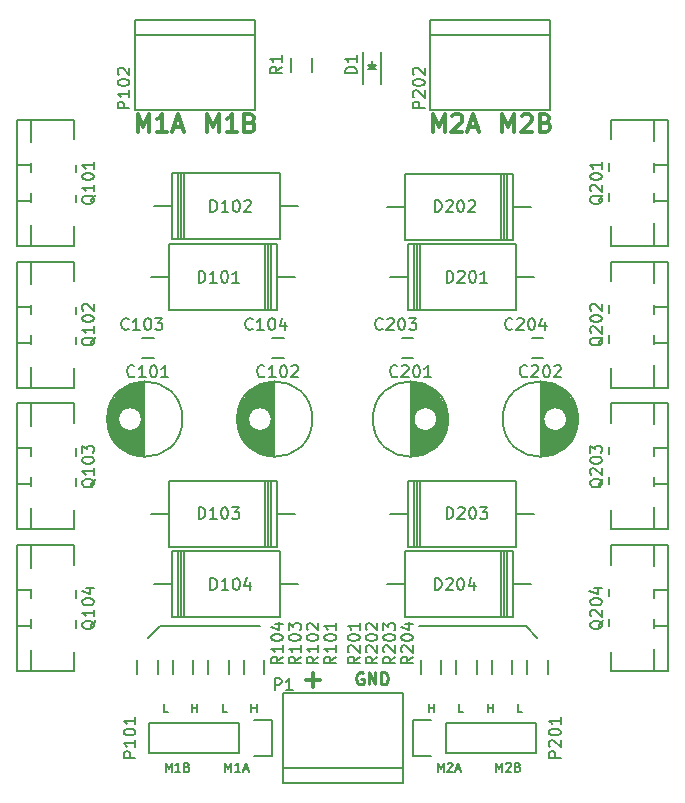
<source format=gto>
G04 #@! TF.FileFunction,Legend,Top*
%FSLAX46Y46*%
G04 Gerber Fmt 4.6, Leading zero omitted, Abs format (unit mm)*
G04 Created by KiCad (PCBNEW 4.0.2-4+6225~38~ubuntu15.04.1-stable) date lun. 25 avril 2016 11:18:35 CEST*
%MOMM*%
G01*
G04 APERTURE LIST*
%ADD10C,0.100000*%
%ADD11C,0.200000*%
%ADD12C,0.187500*%
%ADD13C,0.300000*%
%ADD14C,0.250000*%
%ADD15C,0.150000*%
G04 APERTURE END LIST*
D10*
D11*
X32000000Y-71500000D02*
X31000000Y-72500000D01*
X40500000Y-71500000D02*
X32000000Y-71500000D01*
X63000000Y-71500000D02*
X64000000Y-72500000D01*
X54000000Y-71500000D02*
X63000000Y-71500000D01*
D12*
X55571428Y-83839286D02*
X55571428Y-83089286D01*
X55821428Y-83625000D01*
X56071428Y-83089286D01*
X56071428Y-83839286D01*
X56392857Y-83160714D02*
X56428571Y-83125000D01*
X56500000Y-83089286D01*
X56678571Y-83089286D01*
X56750000Y-83125000D01*
X56785714Y-83160714D01*
X56821429Y-83232143D01*
X56821429Y-83303571D01*
X56785714Y-83410714D01*
X56357143Y-83839286D01*
X56821429Y-83839286D01*
X57107143Y-83625000D02*
X57464286Y-83625000D01*
X57035715Y-83839286D02*
X57285715Y-83089286D01*
X57535715Y-83839286D01*
X60517857Y-83839286D02*
X60517857Y-83089286D01*
X60767857Y-83625000D01*
X61017857Y-83089286D01*
X61017857Y-83839286D01*
X61339286Y-83160714D02*
X61375000Y-83125000D01*
X61446429Y-83089286D01*
X61625000Y-83089286D01*
X61696429Y-83125000D01*
X61732143Y-83160714D01*
X61767858Y-83232143D01*
X61767858Y-83303571D01*
X61732143Y-83410714D01*
X61303572Y-83839286D01*
X61767858Y-83839286D01*
X62339286Y-83446429D02*
X62446429Y-83482143D01*
X62482144Y-83517857D01*
X62517858Y-83589286D01*
X62517858Y-83696429D01*
X62482144Y-83767857D01*
X62446429Y-83803571D01*
X62375001Y-83839286D01*
X62089286Y-83839286D01*
X62089286Y-83089286D01*
X62339286Y-83089286D01*
X62410715Y-83125000D01*
X62446429Y-83160714D01*
X62482144Y-83232143D01*
X62482144Y-83303571D01*
X62446429Y-83375000D01*
X62410715Y-83410714D01*
X62339286Y-83446429D01*
X62089286Y-83446429D01*
X37571428Y-83839286D02*
X37571428Y-83089286D01*
X37821428Y-83625000D01*
X38071428Y-83089286D01*
X38071428Y-83839286D01*
X38821429Y-83839286D02*
X38392857Y-83839286D01*
X38607143Y-83839286D02*
X38607143Y-83089286D01*
X38535714Y-83196429D01*
X38464286Y-83267857D01*
X38392857Y-83303571D01*
X39107143Y-83625000D02*
X39464286Y-83625000D01*
X39035715Y-83839286D02*
X39285715Y-83089286D01*
X39535715Y-83839286D01*
X32517857Y-83839286D02*
X32517857Y-83089286D01*
X32767857Y-83625000D01*
X33017857Y-83089286D01*
X33017857Y-83839286D01*
X33767858Y-83839286D02*
X33339286Y-83839286D01*
X33553572Y-83839286D02*
X33553572Y-83089286D01*
X33482143Y-83196429D01*
X33410715Y-83267857D01*
X33339286Y-83303571D01*
X34339286Y-83446429D02*
X34446429Y-83482143D01*
X34482144Y-83517857D01*
X34517858Y-83589286D01*
X34517858Y-83696429D01*
X34482144Y-83767857D01*
X34446429Y-83803571D01*
X34375001Y-83839286D01*
X34089286Y-83839286D01*
X34089286Y-83089286D01*
X34339286Y-83089286D01*
X34410715Y-83125000D01*
X34446429Y-83160714D01*
X34482144Y-83232143D01*
X34482144Y-83303571D01*
X34446429Y-83375000D01*
X34410715Y-83410714D01*
X34339286Y-83446429D01*
X34089286Y-83446429D01*
X59785714Y-78839286D02*
X59785714Y-78089286D01*
X59785714Y-78446429D02*
X60214286Y-78446429D01*
X60214286Y-78839286D02*
X60214286Y-78089286D01*
X54785714Y-78839286D02*
X54785714Y-78089286D01*
X54785714Y-78446429D02*
X55214286Y-78446429D01*
X55214286Y-78839286D02*
X55214286Y-78089286D01*
X39785714Y-78839286D02*
X39785714Y-78089286D01*
X39785714Y-78446429D02*
X40214286Y-78446429D01*
X40214286Y-78839286D02*
X40214286Y-78089286D01*
X34785714Y-78839286D02*
X34785714Y-78089286D01*
X34785714Y-78446429D02*
X35214286Y-78446429D01*
X35214286Y-78839286D02*
X35214286Y-78089286D01*
X62732143Y-78839286D02*
X62375000Y-78839286D01*
X62375000Y-78089286D01*
X57732143Y-78839286D02*
X57375000Y-78839286D01*
X57375000Y-78089286D01*
X37732143Y-78839286D02*
X37375000Y-78839286D01*
X37375000Y-78089286D01*
X32732143Y-78839286D02*
X32375000Y-78839286D01*
X32375000Y-78089286D01*
D13*
X61035715Y-29678571D02*
X61035715Y-28178571D01*
X61535715Y-29250000D01*
X62035715Y-28178571D01*
X62035715Y-29678571D01*
X62678572Y-28321429D02*
X62750001Y-28250000D01*
X62892858Y-28178571D01*
X63250001Y-28178571D01*
X63392858Y-28250000D01*
X63464287Y-28321429D01*
X63535715Y-28464286D01*
X63535715Y-28607143D01*
X63464287Y-28821429D01*
X62607144Y-29678571D01*
X63535715Y-29678571D01*
X64678572Y-28892857D02*
X64892858Y-28964286D01*
X64964286Y-29035714D01*
X65035715Y-29178571D01*
X65035715Y-29392857D01*
X64964286Y-29535714D01*
X64892858Y-29607143D01*
X64750000Y-29678571D01*
X64178572Y-29678571D01*
X64178572Y-28178571D01*
X64678572Y-28178571D01*
X64821429Y-28250000D01*
X64892858Y-28321429D01*
X64964286Y-28464286D01*
X64964286Y-28607143D01*
X64892858Y-28750000D01*
X64821429Y-28821429D01*
X64678572Y-28892857D01*
X64178572Y-28892857D01*
X55142858Y-29678571D02*
X55142858Y-28178571D01*
X55642858Y-29250000D01*
X56142858Y-28178571D01*
X56142858Y-29678571D01*
X56785715Y-28321429D02*
X56857144Y-28250000D01*
X57000001Y-28178571D01*
X57357144Y-28178571D01*
X57500001Y-28250000D01*
X57571430Y-28321429D01*
X57642858Y-28464286D01*
X57642858Y-28607143D01*
X57571430Y-28821429D01*
X56714287Y-29678571D01*
X57642858Y-29678571D01*
X58214286Y-29250000D02*
X58928572Y-29250000D01*
X58071429Y-29678571D02*
X58571429Y-28178571D01*
X59071429Y-29678571D01*
X36035715Y-29678571D02*
X36035715Y-28178571D01*
X36535715Y-29250000D01*
X37035715Y-28178571D01*
X37035715Y-29678571D01*
X38535715Y-29678571D02*
X37678572Y-29678571D01*
X38107144Y-29678571D02*
X38107144Y-28178571D01*
X37964287Y-28392857D01*
X37821429Y-28535714D01*
X37678572Y-28607143D01*
X39678572Y-28892857D02*
X39892858Y-28964286D01*
X39964286Y-29035714D01*
X40035715Y-29178571D01*
X40035715Y-29392857D01*
X39964286Y-29535714D01*
X39892858Y-29607143D01*
X39750000Y-29678571D01*
X39178572Y-29678571D01*
X39178572Y-28178571D01*
X39678572Y-28178571D01*
X39821429Y-28250000D01*
X39892858Y-28321429D01*
X39964286Y-28464286D01*
X39964286Y-28607143D01*
X39892858Y-28750000D01*
X39821429Y-28821429D01*
X39678572Y-28892857D01*
X39178572Y-28892857D01*
X30142858Y-29678571D02*
X30142858Y-28178571D01*
X30642858Y-29250000D01*
X31142858Y-28178571D01*
X31142858Y-29678571D01*
X32642858Y-29678571D02*
X31785715Y-29678571D01*
X32214287Y-29678571D02*
X32214287Y-28178571D01*
X32071430Y-28392857D01*
X31928572Y-28535714D01*
X31785715Y-28607143D01*
X33214286Y-29250000D02*
X33928572Y-29250000D01*
X33071429Y-29678571D02*
X33571429Y-28178571D01*
X34071429Y-29678571D01*
D14*
X49238096Y-75500000D02*
X49142858Y-75452381D01*
X49000001Y-75452381D01*
X48857143Y-75500000D01*
X48761905Y-75595238D01*
X48714286Y-75690476D01*
X48666667Y-75880952D01*
X48666667Y-76023810D01*
X48714286Y-76214286D01*
X48761905Y-76309524D01*
X48857143Y-76404762D01*
X49000001Y-76452381D01*
X49095239Y-76452381D01*
X49238096Y-76404762D01*
X49285715Y-76357143D01*
X49285715Y-76023810D01*
X49095239Y-76023810D01*
X49714286Y-76452381D02*
X49714286Y-75452381D01*
X50285715Y-76452381D01*
X50285715Y-75452381D01*
X50761905Y-76452381D02*
X50761905Y-75452381D01*
X51000000Y-75452381D01*
X51142858Y-75500000D01*
X51238096Y-75595238D01*
X51285715Y-75690476D01*
X51333334Y-75880952D01*
X51333334Y-76023810D01*
X51285715Y-76214286D01*
X51238096Y-76309524D01*
X51142858Y-76404762D01*
X51000000Y-76452381D01*
X50761905Y-76452381D01*
D13*
X44428572Y-76107143D02*
X45571429Y-76107143D01*
X45000000Y-76678571D02*
X45000000Y-75535714D01*
D15*
X52806780Y-36002960D02*
X51282780Y-36002960D01*
X61950780Y-36002960D02*
X63474780Y-36002960D01*
X60934780Y-38796960D02*
X60934780Y-33208960D01*
X61188780Y-38796960D02*
X61188780Y-33208960D01*
X61442780Y-38796960D02*
X61442780Y-33208960D01*
X61950780Y-33208960D02*
X61950780Y-38796960D01*
X61950780Y-38796960D02*
X52806780Y-38796960D01*
X52806780Y-38796960D02*
X52806780Y-33208960D01*
X52806780Y-33208960D02*
X61950780Y-33208960D01*
X62193220Y-61997040D02*
X63717220Y-61997040D01*
X53049220Y-61997040D02*
X51525220Y-61997040D01*
X54065220Y-59203040D02*
X54065220Y-64791040D01*
X53811220Y-59203040D02*
X53811220Y-64791040D01*
X53557220Y-59203040D02*
X53557220Y-64791040D01*
X53049220Y-64791040D02*
X53049220Y-59203040D01*
X53049220Y-59203040D02*
X62193220Y-59203040D01*
X62193220Y-59203040D02*
X62193220Y-64791040D01*
X62193220Y-64791040D02*
X53049220Y-64791040D01*
X42193220Y-67997040D02*
X43717220Y-67997040D01*
X33049220Y-67997040D02*
X31525220Y-67997040D01*
X34065220Y-65203040D02*
X34065220Y-70791040D01*
X33811220Y-65203040D02*
X33811220Y-70791040D01*
X33557220Y-65203040D02*
X33557220Y-70791040D01*
X33049220Y-70791040D02*
X33049220Y-65203040D01*
X33049220Y-65203040D02*
X42193220Y-65203040D01*
X42193220Y-65203040D02*
X42193220Y-70791040D01*
X42193220Y-70791040D02*
X33049220Y-70791040D01*
X30675000Y-57149000D02*
X30675000Y-50851000D01*
X30535000Y-57143000D02*
X30535000Y-50857000D01*
X30395000Y-57130000D02*
X30395000Y-54446000D01*
X30395000Y-53554000D02*
X30395000Y-50870000D01*
X30255000Y-57111000D02*
X30255000Y-54656000D01*
X30255000Y-53344000D02*
X30255000Y-50889000D01*
X30115000Y-57085000D02*
X30115000Y-54789000D01*
X30115000Y-53211000D02*
X30115000Y-50915000D01*
X29975000Y-57053000D02*
X29975000Y-54880000D01*
X29975000Y-53120000D02*
X29975000Y-50947000D01*
X29835000Y-57014000D02*
X29835000Y-54942000D01*
X29835000Y-53058000D02*
X29835000Y-50986000D01*
X29695000Y-56968000D02*
X29695000Y-54981000D01*
X29695000Y-53019000D02*
X29695000Y-51032000D01*
X29555000Y-56915000D02*
X29555000Y-54998000D01*
X29555000Y-53002000D02*
X29555000Y-51085000D01*
X29415000Y-56853000D02*
X29415000Y-54996000D01*
X29415000Y-53004000D02*
X29415000Y-51147000D01*
X29275000Y-56783000D02*
X29275000Y-54974000D01*
X29275000Y-53026000D02*
X29275000Y-51217000D01*
X29135000Y-56704000D02*
X29135000Y-54931000D01*
X29135000Y-53069000D02*
X29135000Y-51296000D01*
X28995000Y-56616000D02*
X28995000Y-54863000D01*
X28995000Y-53137000D02*
X28995000Y-51384000D01*
X28855000Y-56516000D02*
X28855000Y-54764000D01*
X28855000Y-53236000D02*
X28855000Y-51484000D01*
X28715000Y-56404000D02*
X28715000Y-54619000D01*
X28715000Y-53381000D02*
X28715000Y-51596000D01*
X28575000Y-56279000D02*
X28575000Y-54380000D01*
X28575000Y-53620000D02*
X28575000Y-51721000D01*
X28435000Y-56136000D02*
X28435000Y-51864000D01*
X28295000Y-55974000D02*
X28295000Y-52026000D01*
X28155000Y-55786000D02*
X28155000Y-52214000D01*
X28015000Y-55563000D02*
X28015000Y-52437000D01*
X27875000Y-55287000D02*
X27875000Y-52713000D01*
X27735000Y-54912000D02*
X27735000Y-53088000D01*
X30500000Y-54000000D02*
G75*
G03X30500000Y-54000000I-1000000J0D01*
G01*
X33937500Y-54000000D02*
G75*
G03X33937500Y-54000000I-3187500J0D01*
G01*
X41675000Y-57149000D02*
X41675000Y-50851000D01*
X41535000Y-57143000D02*
X41535000Y-50857000D01*
X41395000Y-57130000D02*
X41395000Y-54446000D01*
X41395000Y-53554000D02*
X41395000Y-50870000D01*
X41255000Y-57111000D02*
X41255000Y-54656000D01*
X41255000Y-53344000D02*
X41255000Y-50889000D01*
X41115000Y-57085000D02*
X41115000Y-54789000D01*
X41115000Y-53211000D02*
X41115000Y-50915000D01*
X40975000Y-57053000D02*
X40975000Y-54880000D01*
X40975000Y-53120000D02*
X40975000Y-50947000D01*
X40835000Y-57014000D02*
X40835000Y-54942000D01*
X40835000Y-53058000D02*
X40835000Y-50986000D01*
X40695000Y-56968000D02*
X40695000Y-54981000D01*
X40695000Y-53019000D02*
X40695000Y-51032000D01*
X40555000Y-56915000D02*
X40555000Y-54998000D01*
X40555000Y-53002000D02*
X40555000Y-51085000D01*
X40415000Y-56853000D02*
X40415000Y-54996000D01*
X40415000Y-53004000D02*
X40415000Y-51147000D01*
X40275000Y-56783000D02*
X40275000Y-54974000D01*
X40275000Y-53026000D02*
X40275000Y-51217000D01*
X40135000Y-56704000D02*
X40135000Y-54931000D01*
X40135000Y-53069000D02*
X40135000Y-51296000D01*
X39995000Y-56616000D02*
X39995000Y-54863000D01*
X39995000Y-53137000D02*
X39995000Y-51384000D01*
X39855000Y-56516000D02*
X39855000Y-54764000D01*
X39855000Y-53236000D02*
X39855000Y-51484000D01*
X39715000Y-56404000D02*
X39715000Y-54619000D01*
X39715000Y-53381000D02*
X39715000Y-51596000D01*
X39575000Y-56279000D02*
X39575000Y-54380000D01*
X39575000Y-53620000D02*
X39575000Y-51721000D01*
X39435000Y-56136000D02*
X39435000Y-51864000D01*
X39295000Y-55974000D02*
X39295000Y-52026000D01*
X39155000Y-55786000D02*
X39155000Y-52214000D01*
X39015000Y-55563000D02*
X39015000Y-52437000D01*
X38875000Y-55287000D02*
X38875000Y-52713000D01*
X38735000Y-54912000D02*
X38735000Y-53088000D01*
X41500000Y-54000000D02*
G75*
G03X41500000Y-54000000I-1000000J0D01*
G01*
X44937500Y-54000000D02*
G75*
G03X44937500Y-54000000I-3187500J0D01*
G01*
X30500000Y-48850000D02*
X31500000Y-48850000D01*
X31500000Y-47150000D02*
X30500000Y-47150000D01*
X41500000Y-48850000D02*
X42500000Y-48850000D01*
X42500000Y-47150000D02*
X41500000Y-47150000D01*
X53325000Y-50851000D02*
X53325000Y-57149000D01*
X53465000Y-50857000D02*
X53465000Y-57143000D01*
X53605000Y-50870000D02*
X53605000Y-53554000D01*
X53605000Y-54446000D02*
X53605000Y-57130000D01*
X53745000Y-50889000D02*
X53745000Y-53344000D01*
X53745000Y-54656000D02*
X53745000Y-57111000D01*
X53885000Y-50915000D02*
X53885000Y-53211000D01*
X53885000Y-54789000D02*
X53885000Y-57085000D01*
X54025000Y-50947000D02*
X54025000Y-53120000D01*
X54025000Y-54880000D02*
X54025000Y-57053000D01*
X54165000Y-50986000D02*
X54165000Y-53058000D01*
X54165000Y-54942000D02*
X54165000Y-57014000D01*
X54305000Y-51032000D02*
X54305000Y-53019000D01*
X54305000Y-54981000D02*
X54305000Y-56968000D01*
X54445000Y-51085000D02*
X54445000Y-53002000D01*
X54445000Y-54998000D02*
X54445000Y-56915000D01*
X54585000Y-51147000D02*
X54585000Y-53004000D01*
X54585000Y-54996000D02*
X54585000Y-56853000D01*
X54725000Y-51217000D02*
X54725000Y-53026000D01*
X54725000Y-54974000D02*
X54725000Y-56783000D01*
X54865000Y-51296000D02*
X54865000Y-53069000D01*
X54865000Y-54931000D02*
X54865000Y-56704000D01*
X55005000Y-51384000D02*
X55005000Y-53137000D01*
X55005000Y-54863000D02*
X55005000Y-56616000D01*
X55145000Y-51484000D02*
X55145000Y-53236000D01*
X55145000Y-54764000D02*
X55145000Y-56516000D01*
X55285000Y-51596000D02*
X55285000Y-53381000D01*
X55285000Y-54619000D02*
X55285000Y-56404000D01*
X55425000Y-51721000D02*
X55425000Y-53620000D01*
X55425000Y-54380000D02*
X55425000Y-56279000D01*
X55565000Y-51864000D02*
X55565000Y-56136000D01*
X55705000Y-52026000D02*
X55705000Y-55974000D01*
X55845000Y-52214000D02*
X55845000Y-55786000D01*
X55985000Y-52437000D02*
X55985000Y-55563000D01*
X56125000Y-52713000D02*
X56125000Y-55287000D01*
X56265000Y-53088000D02*
X56265000Y-54912000D01*
X55500000Y-54000000D02*
G75*
G03X55500000Y-54000000I-1000000J0D01*
G01*
X56437500Y-54000000D02*
G75*
G03X56437500Y-54000000I-3187500J0D01*
G01*
X64325000Y-50851000D02*
X64325000Y-57149000D01*
X64465000Y-50857000D02*
X64465000Y-57143000D01*
X64605000Y-50870000D02*
X64605000Y-53554000D01*
X64605000Y-54446000D02*
X64605000Y-57130000D01*
X64745000Y-50889000D02*
X64745000Y-53344000D01*
X64745000Y-54656000D02*
X64745000Y-57111000D01*
X64885000Y-50915000D02*
X64885000Y-53211000D01*
X64885000Y-54789000D02*
X64885000Y-57085000D01*
X65025000Y-50947000D02*
X65025000Y-53120000D01*
X65025000Y-54880000D02*
X65025000Y-57053000D01*
X65165000Y-50986000D02*
X65165000Y-53058000D01*
X65165000Y-54942000D02*
X65165000Y-57014000D01*
X65305000Y-51032000D02*
X65305000Y-53019000D01*
X65305000Y-54981000D02*
X65305000Y-56968000D01*
X65445000Y-51085000D02*
X65445000Y-53002000D01*
X65445000Y-54998000D02*
X65445000Y-56915000D01*
X65585000Y-51147000D02*
X65585000Y-53004000D01*
X65585000Y-54996000D02*
X65585000Y-56853000D01*
X65725000Y-51217000D02*
X65725000Y-53026000D01*
X65725000Y-54974000D02*
X65725000Y-56783000D01*
X65865000Y-51296000D02*
X65865000Y-53069000D01*
X65865000Y-54931000D02*
X65865000Y-56704000D01*
X66005000Y-51384000D02*
X66005000Y-53137000D01*
X66005000Y-54863000D02*
X66005000Y-56616000D01*
X66145000Y-51484000D02*
X66145000Y-53236000D01*
X66145000Y-54764000D02*
X66145000Y-56516000D01*
X66285000Y-51596000D02*
X66285000Y-53381000D01*
X66285000Y-54619000D02*
X66285000Y-56404000D01*
X66425000Y-51721000D02*
X66425000Y-53620000D01*
X66425000Y-54380000D02*
X66425000Y-56279000D01*
X66565000Y-51864000D02*
X66565000Y-56136000D01*
X66705000Y-52026000D02*
X66705000Y-55974000D01*
X66845000Y-52214000D02*
X66845000Y-55786000D01*
X66985000Y-52437000D02*
X66985000Y-55563000D01*
X67125000Y-52713000D02*
X67125000Y-55287000D01*
X67265000Y-53088000D02*
X67265000Y-54912000D01*
X66500000Y-54000000D02*
G75*
G03X66500000Y-54000000I-1000000J0D01*
G01*
X67437500Y-54000000D02*
G75*
G03X67437500Y-54000000I-3187500J0D01*
G01*
X53500000Y-47150000D02*
X52500000Y-47150000D01*
X52500000Y-48850000D02*
X53500000Y-48850000D01*
X64500000Y-47150000D02*
X63500000Y-47150000D01*
X63500000Y-48850000D02*
X64500000Y-48850000D01*
X50750000Y-25600000D02*
X50750000Y-22900000D01*
X49250000Y-25600000D02*
X49250000Y-22900000D01*
X50150000Y-24100000D02*
X49900000Y-24100000D01*
X49900000Y-24100000D02*
X50050000Y-24250000D01*
X49650000Y-24350000D02*
X50350000Y-24350000D01*
X50000000Y-24000000D02*
X50000000Y-23650000D01*
X50000000Y-24350000D02*
X49650000Y-24000000D01*
X49650000Y-24000000D02*
X50350000Y-24000000D01*
X50350000Y-24000000D02*
X50000000Y-24350000D01*
X32806780Y-42002960D02*
X31282780Y-42002960D01*
X41950780Y-42002960D02*
X43474780Y-42002960D01*
X40934780Y-44796960D02*
X40934780Y-39208960D01*
X41188780Y-44796960D02*
X41188780Y-39208960D01*
X41442780Y-44796960D02*
X41442780Y-39208960D01*
X41950780Y-39208960D02*
X41950780Y-44796960D01*
X41950780Y-44796960D02*
X32806780Y-44796960D01*
X32806780Y-44796960D02*
X32806780Y-39208960D01*
X32806780Y-39208960D02*
X41950780Y-39208960D01*
X42193220Y-35997040D02*
X43717220Y-35997040D01*
X33049220Y-35997040D02*
X31525220Y-35997040D01*
X34065220Y-33203040D02*
X34065220Y-38791040D01*
X33811220Y-33203040D02*
X33811220Y-38791040D01*
X33557220Y-33203040D02*
X33557220Y-38791040D01*
X33049220Y-38791040D02*
X33049220Y-33203040D01*
X33049220Y-33203040D02*
X42193220Y-33203040D01*
X42193220Y-33203040D02*
X42193220Y-38791040D01*
X42193220Y-38791040D02*
X33049220Y-38791040D01*
X32806780Y-62002960D02*
X31282780Y-62002960D01*
X41950780Y-62002960D02*
X43474780Y-62002960D01*
X40934780Y-64796960D02*
X40934780Y-59208960D01*
X41188780Y-64796960D02*
X41188780Y-59208960D01*
X41442780Y-64796960D02*
X41442780Y-59208960D01*
X41950780Y-59208960D02*
X41950780Y-64796960D01*
X41950780Y-64796960D02*
X32806780Y-64796960D01*
X32806780Y-64796960D02*
X32806780Y-59208960D01*
X32806780Y-59208960D02*
X41950780Y-59208960D01*
X62193220Y-41997040D02*
X63717220Y-41997040D01*
X53049220Y-41997040D02*
X51525220Y-41997040D01*
X54065220Y-39203040D02*
X54065220Y-44791040D01*
X53811220Y-39203040D02*
X53811220Y-44791040D01*
X53557220Y-39203040D02*
X53557220Y-44791040D01*
X53049220Y-44791040D02*
X53049220Y-39203040D01*
X53049220Y-39203040D02*
X62193220Y-39203040D01*
X62193220Y-39203040D02*
X62193220Y-44791040D01*
X62193220Y-44791040D02*
X53049220Y-44791040D01*
X52806780Y-68002960D02*
X51282780Y-68002960D01*
X61950780Y-68002960D02*
X63474780Y-68002960D01*
X60934780Y-70796960D02*
X60934780Y-65208960D01*
X61188780Y-70796960D02*
X61188780Y-65208960D01*
X61442780Y-70796960D02*
X61442780Y-65208960D01*
X61950780Y-65208960D02*
X61950780Y-70796960D01*
X61950780Y-70796960D02*
X52806780Y-70796960D01*
X52806780Y-70796960D02*
X52806780Y-65208960D01*
X52806780Y-65208960D02*
X61950780Y-65208960D01*
X52580000Y-83540000D02*
X42420000Y-83540000D01*
X52580000Y-84810000D02*
X52580000Y-77190000D01*
X52580000Y-77190000D02*
X42420000Y-77190000D01*
X42420000Y-77190000D02*
X42420000Y-84810000D01*
X42420000Y-84810000D02*
X52580000Y-84810000D01*
X38730000Y-79730000D02*
X31110000Y-79730000D01*
X38730000Y-82270000D02*
X31110000Y-82270000D01*
X41550000Y-82550000D02*
X40000000Y-82550000D01*
X31110000Y-79730000D02*
X31110000Y-82270000D01*
X38730000Y-82270000D02*
X38730000Y-79730000D01*
X40000000Y-79450000D02*
X41550000Y-79450000D01*
X41550000Y-79450000D02*
X41550000Y-82550000D01*
X29920000Y-21460000D02*
X40080000Y-21460000D01*
X29920000Y-20190000D02*
X29920000Y-27810000D01*
X29920000Y-27810000D02*
X40080000Y-27810000D01*
X40080000Y-27810000D02*
X40080000Y-20190000D01*
X40080000Y-20190000D02*
X29920000Y-20190000D01*
X56270000Y-82270000D02*
X63890000Y-82270000D01*
X56270000Y-79730000D02*
X63890000Y-79730000D01*
X53450000Y-79450000D02*
X55000000Y-79450000D01*
X63890000Y-82270000D02*
X63890000Y-79730000D01*
X56270000Y-79730000D02*
X56270000Y-82270000D01*
X55000000Y-82550000D02*
X53450000Y-82550000D01*
X53450000Y-82550000D02*
X53450000Y-79450000D01*
X54920000Y-21460000D02*
X65080000Y-21460000D01*
X54920000Y-20190000D02*
X54920000Y-27810000D01*
X54920000Y-27810000D02*
X65080000Y-27810000D01*
X65080000Y-27810000D02*
X65080000Y-20190000D01*
X65080000Y-20190000D02*
X54920000Y-20190000D01*
X21095000Y-28666000D02*
X21095000Y-30571000D01*
X21095000Y-33111000D02*
X21095000Y-32349000D01*
X21095000Y-35524000D02*
X21095000Y-35651000D01*
X21095000Y-35524000D02*
X21095000Y-34889000D01*
X21095000Y-39334000D02*
X21095000Y-37556000D01*
X24778000Y-39334000D02*
X24778000Y-37683000D01*
X24905000Y-35016000D02*
X24905000Y-35651000D01*
X24905000Y-32476000D02*
X24905000Y-33111000D01*
X24778000Y-28666000D02*
X24778000Y-30317000D01*
X19952000Y-35524000D02*
X21095000Y-35524000D01*
X19952000Y-32476000D02*
X21095000Y-32476000D01*
X21095000Y-28666000D02*
X24778000Y-28666000D01*
X24778000Y-39334000D02*
X21095000Y-39334000D01*
X19952000Y-28666000D02*
X21095000Y-28666000D01*
X21095000Y-39334000D02*
X19952000Y-39334000D01*
X19952000Y-34000000D02*
X19952000Y-39334000D01*
X19952000Y-34000000D02*
X19952000Y-28666000D01*
X21095000Y-40666000D02*
X21095000Y-42571000D01*
X21095000Y-45111000D02*
X21095000Y-44349000D01*
X21095000Y-47524000D02*
X21095000Y-47651000D01*
X21095000Y-47524000D02*
X21095000Y-46889000D01*
X21095000Y-51334000D02*
X21095000Y-49556000D01*
X24778000Y-51334000D02*
X24778000Y-49683000D01*
X24905000Y-47016000D02*
X24905000Y-47651000D01*
X24905000Y-44476000D02*
X24905000Y-45111000D01*
X24778000Y-40666000D02*
X24778000Y-42317000D01*
X19952000Y-47524000D02*
X21095000Y-47524000D01*
X19952000Y-44476000D02*
X21095000Y-44476000D01*
X21095000Y-40666000D02*
X24778000Y-40666000D01*
X24778000Y-51334000D02*
X21095000Y-51334000D01*
X19952000Y-40666000D02*
X21095000Y-40666000D01*
X21095000Y-51334000D02*
X19952000Y-51334000D01*
X19952000Y-46000000D02*
X19952000Y-51334000D01*
X19952000Y-46000000D02*
X19952000Y-40666000D01*
X21095000Y-52666000D02*
X21095000Y-54571000D01*
X21095000Y-57111000D02*
X21095000Y-56349000D01*
X21095000Y-59524000D02*
X21095000Y-59651000D01*
X21095000Y-59524000D02*
X21095000Y-58889000D01*
X21095000Y-63334000D02*
X21095000Y-61556000D01*
X24778000Y-63334000D02*
X24778000Y-61683000D01*
X24905000Y-59016000D02*
X24905000Y-59651000D01*
X24905000Y-56476000D02*
X24905000Y-57111000D01*
X24778000Y-52666000D02*
X24778000Y-54317000D01*
X19952000Y-59524000D02*
X21095000Y-59524000D01*
X19952000Y-56476000D02*
X21095000Y-56476000D01*
X21095000Y-52666000D02*
X24778000Y-52666000D01*
X24778000Y-63334000D02*
X21095000Y-63334000D01*
X19952000Y-52666000D02*
X21095000Y-52666000D01*
X21095000Y-63334000D02*
X19952000Y-63334000D01*
X19952000Y-58000000D02*
X19952000Y-63334000D01*
X19952000Y-58000000D02*
X19952000Y-52666000D01*
X21095000Y-64666000D02*
X21095000Y-66571000D01*
X21095000Y-69111000D02*
X21095000Y-68349000D01*
X21095000Y-71524000D02*
X21095000Y-71651000D01*
X21095000Y-71524000D02*
X21095000Y-70889000D01*
X21095000Y-75334000D02*
X21095000Y-73556000D01*
X24778000Y-75334000D02*
X24778000Y-73683000D01*
X24905000Y-71016000D02*
X24905000Y-71651000D01*
X24905000Y-68476000D02*
X24905000Y-69111000D01*
X24778000Y-64666000D02*
X24778000Y-66317000D01*
X19952000Y-71524000D02*
X21095000Y-71524000D01*
X19952000Y-68476000D02*
X21095000Y-68476000D01*
X21095000Y-64666000D02*
X24778000Y-64666000D01*
X24778000Y-75334000D02*
X21095000Y-75334000D01*
X19952000Y-64666000D02*
X21095000Y-64666000D01*
X21095000Y-75334000D02*
X19952000Y-75334000D01*
X19952000Y-70000000D02*
X19952000Y-75334000D01*
X19952000Y-70000000D02*
X19952000Y-64666000D01*
X73905000Y-39334000D02*
X73905000Y-37429000D01*
X73905000Y-34889000D02*
X73905000Y-35651000D01*
X73905000Y-32476000D02*
X73905000Y-32349000D01*
X73905000Y-32476000D02*
X73905000Y-33111000D01*
X73905000Y-28666000D02*
X73905000Y-30444000D01*
X70222000Y-28666000D02*
X70222000Y-30317000D01*
X70095000Y-32984000D02*
X70095000Y-32349000D01*
X70095000Y-35524000D02*
X70095000Y-34889000D01*
X70222000Y-39334000D02*
X70222000Y-37683000D01*
X75048000Y-32476000D02*
X73905000Y-32476000D01*
X75048000Y-35524000D02*
X73905000Y-35524000D01*
X73905000Y-39334000D02*
X70222000Y-39334000D01*
X70222000Y-28666000D02*
X73905000Y-28666000D01*
X75048000Y-39334000D02*
X73905000Y-39334000D01*
X73905000Y-28666000D02*
X75048000Y-28666000D01*
X75048000Y-34000000D02*
X75048000Y-28666000D01*
X75048000Y-34000000D02*
X75048000Y-39334000D01*
X73905000Y-51334000D02*
X73905000Y-49429000D01*
X73905000Y-46889000D02*
X73905000Y-47651000D01*
X73905000Y-44476000D02*
X73905000Y-44349000D01*
X73905000Y-44476000D02*
X73905000Y-45111000D01*
X73905000Y-40666000D02*
X73905000Y-42444000D01*
X70222000Y-40666000D02*
X70222000Y-42317000D01*
X70095000Y-44984000D02*
X70095000Y-44349000D01*
X70095000Y-47524000D02*
X70095000Y-46889000D01*
X70222000Y-51334000D02*
X70222000Y-49683000D01*
X75048000Y-44476000D02*
X73905000Y-44476000D01*
X75048000Y-47524000D02*
X73905000Y-47524000D01*
X73905000Y-51334000D02*
X70222000Y-51334000D01*
X70222000Y-40666000D02*
X73905000Y-40666000D01*
X75048000Y-51334000D02*
X73905000Y-51334000D01*
X73905000Y-40666000D02*
X75048000Y-40666000D01*
X75048000Y-46000000D02*
X75048000Y-40666000D01*
X75048000Y-46000000D02*
X75048000Y-51334000D01*
X73905000Y-63334000D02*
X73905000Y-61429000D01*
X73905000Y-58889000D02*
X73905000Y-59651000D01*
X73905000Y-56476000D02*
X73905000Y-56349000D01*
X73905000Y-56476000D02*
X73905000Y-57111000D01*
X73905000Y-52666000D02*
X73905000Y-54444000D01*
X70222000Y-52666000D02*
X70222000Y-54317000D01*
X70095000Y-56984000D02*
X70095000Y-56349000D01*
X70095000Y-59524000D02*
X70095000Y-58889000D01*
X70222000Y-63334000D02*
X70222000Y-61683000D01*
X75048000Y-56476000D02*
X73905000Y-56476000D01*
X75048000Y-59524000D02*
X73905000Y-59524000D01*
X73905000Y-63334000D02*
X70222000Y-63334000D01*
X70222000Y-52666000D02*
X73905000Y-52666000D01*
X75048000Y-63334000D02*
X73905000Y-63334000D01*
X73905000Y-52666000D02*
X75048000Y-52666000D01*
X75048000Y-58000000D02*
X75048000Y-52666000D01*
X75048000Y-58000000D02*
X75048000Y-63334000D01*
X73905000Y-75334000D02*
X73905000Y-73429000D01*
X73905000Y-70889000D02*
X73905000Y-71651000D01*
X73905000Y-68476000D02*
X73905000Y-68349000D01*
X73905000Y-68476000D02*
X73905000Y-69111000D01*
X73905000Y-64666000D02*
X73905000Y-66444000D01*
X70222000Y-64666000D02*
X70222000Y-66317000D01*
X70095000Y-68984000D02*
X70095000Y-68349000D01*
X70095000Y-71524000D02*
X70095000Y-70889000D01*
X70222000Y-75334000D02*
X70222000Y-73683000D01*
X75048000Y-68476000D02*
X73905000Y-68476000D01*
X75048000Y-71524000D02*
X73905000Y-71524000D01*
X73905000Y-75334000D02*
X70222000Y-75334000D01*
X70222000Y-64666000D02*
X73905000Y-64666000D01*
X75048000Y-75334000D02*
X73905000Y-75334000D01*
X73905000Y-64666000D02*
X75048000Y-64666000D01*
X75048000Y-70000000D02*
X75048000Y-64666000D01*
X75048000Y-70000000D02*
X75048000Y-75334000D01*
X44875000Y-23400000D02*
X44875000Y-24600000D01*
X43125000Y-24600000D02*
X43125000Y-23400000D01*
X39125000Y-75600000D02*
X39125000Y-74400000D01*
X40875000Y-74400000D02*
X40875000Y-75600000D01*
X36125000Y-75600000D02*
X36125000Y-74400000D01*
X37875000Y-74400000D02*
X37875000Y-75600000D01*
X34875000Y-74400000D02*
X34875000Y-75600000D01*
X33125000Y-75600000D02*
X33125000Y-74400000D01*
X31875000Y-74400000D02*
X31875000Y-75600000D01*
X30125000Y-75600000D02*
X30125000Y-74400000D01*
X54125000Y-75600000D02*
X54125000Y-74400000D01*
X55875000Y-74400000D02*
X55875000Y-75600000D01*
X57125000Y-75600000D02*
X57125000Y-74400000D01*
X58875000Y-74400000D02*
X58875000Y-75600000D01*
X61875000Y-74400000D02*
X61875000Y-75600000D01*
X60125000Y-75600000D02*
X60125000Y-74400000D01*
X64875000Y-74400000D02*
X64875000Y-75600000D01*
X63125000Y-75600000D02*
X63125000Y-74400000D01*
X55309524Y-36452381D02*
X55309524Y-35452381D01*
X55547619Y-35452381D01*
X55690477Y-35500000D01*
X55785715Y-35595238D01*
X55833334Y-35690476D01*
X55880953Y-35880952D01*
X55880953Y-36023810D01*
X55833334Y-36214286D01*
X55785715Y-36309524D01*
X55690477Y-36404762D01*
X55547619Y-36452381D01*
X55309524Y-36452381D01*
X56261905Y-35547619D02*
X56309524Y-35500000D01*
X56404762Y-35452381D01*
X56642858Y-35452381D01*
X56738096Y-35500000D01*
X56785715Y-35547619D01*
X56833334Y-35642857D01*
X56833334Y-35738095D01*
X56785715Y-35880952D01*
X56214286Y-36452381D01*
X56833334Y-36452381D01*
X57452381Y-35452381D02*
X57547620Y-35452381D01*
X57642858Y-35500000D01*
X57690477Y-35547619D01*
X57738096Y-35642857D01*
X57785715Y-35833333D01*
X57785715Y-36071429D01*
X57738096Y-36261905D01*
X57690477Y-36357143D01*
X57642858Y-36404762D01*
X57547620Y-36452381D01*
X57452381Y-36452381D01*
X57357143Y-36404762D01*
X57309524Y-36357143D01*
X57261905Y-36261905D01*
X57214286Y-36071429D01*
X57214286Y-35833333D01*
X57261905Y-35642857D01*
X57309524Y-35547619D01*
X57357143Y-35500000D01*
X57452381Y-35452381D01*
X58166667Y-35547619D02*
X58214286Y-35500000D01*
X58309524Y-35452381D01*
X58547620Y-35452381D01*
X58642858Y-35500000D01*
X58690477Y-35547619D01*
X58738096Y-35642857D01*
X58738096Y-35738095D01*
X58690477Y-35880952D01*
X58119048Y-36452381D01*
X58738096Y-36452381D01*
X56309524Y-62452381D02*
X56309524Y-61452381D01*
X56547619Y-61452381D01*
X56690477Y-61500000D01*
X56785715Y-61595238D01*
X56833334Y-61690476D01*
X56880953Y-61880952D01*
X56880953Y-62023810D01*
X56833334Y-62214286D01*
X56785715Y-62309524D01*
X56690477Y-62404762D01*
X56547619Y-62452381D01*
X56309524Y-62452381D01*
X57261905Y-61547619D02*
X57309524Y-61500000D01*
X57404762Y-61452381D01*
X57642858Y-61452381D01*
X57738096Y-61500000D01*
X57785715Y-61547619D01*
X57833334Y-61642857D01*
X57833334Y-61738095D01*
X57785715Y-61880952D01*
X57214286Y-62452381D01*
X57833334Y-62452381D01*
X58452381Y-61452381D02*
X58547620Y-61452381D01*
X58642858Y-61500000D01*
X58690477Y-61547619D01*
X58738096Y-61642857D01*
X58785715Y-61833333D01*
X58785715Y-62071429D01*
X58738096Y-62261905D01*
X58690477Y-62357143D01*
X58642858Y-62404762D01*
X58547620Y-62452381D01*
X58452381Y-62452381D01*
X58357143Y-62404762D01*
X58309524Y-62357143D01*
X58261905Y-62261905D01*
X58214286Y-62071429D01*
X58214286Y-61833333D01*
X58261905Y-61642857D01*
X58309524Y-61547619D01*
X58357143Y-61500000D01*
X58452381Y-61452381D01*
X59119048Y-61452381D02*
X59738096Y-61452381D01*
X59404762Y-61833333D01*
X59547620Y-61833333D01*
X59642858Y-61880952D01*
X59690477Y-61928571D01*
X59738096Y-62023810D01*
X59738096Y-62261905D01*
X59690477Y-62357143D01*
X59642858Y-62404762D01*
X59547620Y-62452381D01*
X59261905Y-62452381D01*
X59166667Y-62404762D01*
X59119048Y-62357143D01*
X36309524Y-68452381D02*
X36309524Y-67452381D01*
X36547619Y-67452381D01*
X36690477Y-67500000D01*
X36785715Y-67595238D01*
X36833334Y-67690476D01*
X36880953Y-67880952D01*
X36880953Y-68023810D01*
X36833334Y-68214286D01*
X36785715Y-68309524D01*
X36690477Y-68404762D01*
X36547619Y-68452381D01*
X36309524Y-68452381D01*
X37833334Y-68452381D02*
X37261905Y-68452381D01*
X37547619Y-68452381D02*
X37547619Y-67452381D01*
X37452381Y-67595238D01*
X37357143Y-67690476D01*
X37261905Y-67738095D01*
X38452381Y-67452381D02*
X38547620Y-67452381D01*
X38642858Y-67500000D01*
X38690477Y-67547619D01*
X38738096Y-67642857D01*
X38785715Y-67833333D01*
X38785715Y-68071429D01*
X38738096Y-68261905D01*
X38690477Y-68357143D01*
X38642858Y-68404762D01*
X38547620Y-68452381D01*
X38452381Y-68452381D01*
X38357143Y-68404762D01*
X38309524Y-68357143D01*
X38261905Y-68261905D01*
X38214286Y-68071429D01*
X38214286Y-67833333D01*
X38261905Y-67642857D01*
X38309524Y-67547619D01*
X38357143Y-67500000D01*
X38452381Y-67452381D01*
X39642858Y-67785714D02*
X39642858Y-68452381D01*
X39404762Y-67404762D02*
X39166667Y-68119048D01*
X39785715Y-68119048D01*
X29880953Y-50357143D02*
X29833334Y-50404762D01*
X29690477Y-50452381D01*
X29595239Y-50452381D01*
X29452381Y-50404762D01*
X29357143Y-50309524D01*
X29309524Y-50214286D01*
X29261905Y-50023810D01*
X29261905Y-49880952D01*
X29309524Y-49690476D01*
X29357143Y-49595238D01*
X29452381Y-49500000D01*
X29595239Y-49452381D01*
X29690477Y-49452381D01*
X29833334Y-49500000D01*
X29880953Y-49547619D01*
X30833334Y-50452381D02*
X30261905Y-50452381D01*
X30547619Y-50452381D02*
X30547619Y-49452381D01*
X30452381Y-49595238D01*
X30357143Y-49690476D01*
X30261905Y-49738095D01*
X31452381Y-49452381D02*
X31547620Y-49452381D01*
X31642858Y-49500000D01*
X31690477Y-49547619D01*
X31738096Y-49642857D01*
X31785715Y-49833333D01*
X31785715Y-50071429D01*
X31738096Y-50261905D01*
X31690477Y-50357143D01*
X31642858Y-50404762D01*
X31547620Y-50452381D01*
X31452381Y-50452381D01*
X31357143Y-50404762D01*
X31309524Y-50357143D01*
X31261905Y-50261905D01*
X31214286Y-50071429D01*
X31214286Y-49833333D01*
X31261905Y-49642857D01*
X31309524Y-49547619D01*
X31357143Y-49500000D01*
X31452381Y-49452381D01*
X32738096Y-50452381D02*
X32166667Y-50452381D01*
X32452381Y-50452381D02*
X32452381Y-49452381D01*
X32357143Y-49595238D01*
X32261905Y-49690476D01*
X32166667Y-49738095D01*
X40880953Y-50357143D02*
X40833334Y-50404762D01*
X40690477Y-50452381D01*
X40595239Y-50452381D01*
X40452381Y-50404762D01*
X40357143Y-50309524D01*
X40309524Y-50214286D01*
X40261905Y-50023810D01*
X40261905Y-49880952D01*
X40309524Y-49690476D01*
X40357143Y-49595238D01*
X40452381Y-49500000D01*
X40595239Y-49452381D01*
X40690477Y-49452381D01*
X40833334Y-49500000D01*
X40880953Y-49547619D01*
X41833334Y-50452381D02*
X41261905Y-50452381D01*
X41547619Y-50452381D02*
X41547619Y-49452381D01*
X41452381Y-49595238D01*
X41357143Y-49690476D01*
X41261905Y-49738095D01*
X42452381Y-49452381D02*
X42547620Y-49452381D01*
X42642858Y-49500000D01*
X42690477Y-49547619D01*
X42738096Y-49642857D01*
X42785715Y-49833333D01*
X42785715Y-50071429D01*
X42738096Y-50261905D01*
X42690477Y-50357143D01*
X42642858Y-50404762D01*
X42547620Y-50452381D01*
X42452381Y-50452381D01*
X42357143Y-50404762D01*
X42309524Y-50357143D01*
X42261905Y-50261905D01*
X42214286Y-50071429D01*
X42214286Y-49833333D01*
X42261905Y-49642857D01*
X42309524Y-49547619D01*
X42357143Y-49500000D01*
X42452381Y-49452381D01*
X43166667Y-49547619D02*
X43214286Y-49500000D01*
X43309524Y-49452381D01*
X43547620Y-49452381D01*
X43642858Y-49500000D01*
X43690477Y-49547619D01*
X43738096Y-49642857D01*
X43738096Y-49738095D01*
X43690477Y-49880952D01*
X43119048Y-50452381D01*
X43738096Y-50452381D01*
X29380953Y-46357143D02*
X29333334Y-46404762D01*
X29190477Y-46452381D01*
X29095239Y-46452381D01*
X28952381Y-46404762D01*
X28857143Y-46309524D01*
X28809524Y-46214286D01*
X28761905Y-46023810D01*
X28761905Y-45880952D01*
X28809524Y-45690476D01*
X28857143Y-45595238D01*
X28952381Y-45500000D01*
X29095239Y-45452381D01*
X29190477Y-45452381D01*
X29333334Y-45500000D01*
X29380953Y-45547619D01*
X30333334Y-46452381D02*
X29761905Y-46452381D01*
X30047619Y-46452381D02*
X30047619Y-45452381D01*
X29952381Y-45595238D01*
X29857143Y-45690476D01*
X29761905Y-45738095D01*
X30952381Y-45452381D02*
X31047620Y-45452381D01*
X31142858Y-45500000D01*
X31190477Y-45547619D01*
X31238096Y-45642857D01*
X31285715Y-45833333D01*
X31285715Y-46071429D01*
X31238096Y-46261905D01*
X31190477Y-46357143D01*
X31142858Y-46404762D01*
X31047620Y-46452381D01*
X30952381Y-46452381D01*
X30857143Y-46404762D01*
X30809524Y-46357143D01*
X30761905Y-46261905D01*
X30714286Y-46071429D01*
X30714286Y-45833333D01*
X30761905Y-45642857D01*
X30809524Y-45547619D01*
X30857143Y-45500000D01*
X30952381Y-45452381D01*
X31619048Y-45452381D02*
X32238096Y-45452381D01*
X31904762Y-45833333D01*
X32047620Y-45833333D01*
X32142858Y-45880952D01*
X32190477Y-45928571D01*
X32238096Y-46023810D01*
X32238096Y-46261905D01*
X32190477Y-46357143D01*
X32142858Y-46404762D01*
X32047620Y-46452381D01*
X31761905Y-46452381D01*
X31666667Y-46404762D01*
X31619048Y-46357143D01*
X39880953Y-46357143D02*
X39833334Y-46404762D01*
X39690477Y-46452381D01*
X39595239Y-46452381D01*
X39452381Y-46404762D01*
X39357143Y-46309524D01*
X39309524Y-46214286D01*
X39261905Y-46023810D01*
X39261905Y-45880952D01*
X39309524Y-45690476D01*
X39357143Y-45595238D01*
X39452381Y-45500000D01*
X39595239Y-45452381D01*
X39690477Y-45452381D01*
X39833334Y-45500000D01*
X39880953Y-45547619D01*
X40833334Y-46452381D02*
X40261905Y-46452381D01*
X40547619Y-46452381D02*
X40547619Y-45452381D01*
X40452381Y-45595238D01*
X40357143Y-45690476D01*
X40261905Y-45738095D01*
X41452381Y-45452381D02*
X41547620Y-45452381D01*
X41642858Y-45500000D01*
X41690477Y-45547619D01*
X41738096Y-45642857D01*
X41785715Y-45833333D01*
X41785715Y-46071429D01*
X41738096Y-46261905D01*
X41690477Y-46357143D01*
X41642858Y-46404762D01*
X41547620Y-46452381D01*
X41452381Y-46452381D01*
X41357143Y-46404762D01*
X41309524Y-46357143D01*
X41261905Y-46261905D01*
X41214286Y-46071429D01*
X41214286Y-45833333D01*
X41261905Y-45642857D01*
X41309524Y-45547619D01*
X41357143Y-45500000D01*
X41452381Y-45452381D01*
X42642858Y-45785714D02*
X42642858Y-46452381D01*
X42404762Y-45404762D02*
X42166667Y-46119048D01*
X42785715Y-46119048D01*
X52130953Y-50357143D02*
X52083334Y-50404762D01*
X51940477Y-50452381D01*
X51845239Y-50452381D01*
X51702381Y-50404762D01*
X51607143Y-50309524D01*
X51559524Y-50214286D01*
X51511905Y-50023810D01*
X51511905Y-49880952D01*
X51559524Y-49690476D01*
X51607143Y-49595238D01*
X51702381Y-49500000D01*
X51845239Y-49452381D01*
X51940477Y-49452381D01*
X52083334Y-49500000D01*
X52130953Y-49547619D01*
X52511905Y-49547619D02*
X52559524Y-49500000D01*
X52654762Y-49452381D01*
X52892858Y-49452381D01*
X52988096Y-49500000D01*
X53035715Y-49547619D01*
X53083334Y-49642857D01*
X53083334Y-49738095D01*
X53035715Y-49880952D01*
X52464286Y-50452381D01*
X53083334Y-50452381D01*
X53702381Y-49452381D02*
X53797620Y-49452381D01*
X53892858Y-49500000D01*
X53940477Y-49547619D01*
X53988096Y-49642857D01*
X54035715Y-49833333D01*
X54035715Y-50071429D01*
X53988096Y-50261905D01*
X53940477Y-50357143D01*
X53892858Y-50404762D01*
X53797620Y-50452381D01*
X53702381Y-50452381D01*
X53607143Y-50404762D01*
X53559524Y-50357143D01*
X53511905Y-50261905D01*
X53464286Y-50071429D01*
X53464286Y-49833333D01*
X53511905Y-49642857D01*
X53559524Y-49547619D01*
X53607143Y-49500000D01*
X53702381Y-49452381D01*
X54988096Y-50452381D02*
X54416667Y-50452381D01*
X54702381Y-50452381D02*
X54702381Y-49452381D01*
X54607143Y-49595238D01*
X54511905Y-49690476D01*
X54416667Y-49738095D01*
X63130953Y-50357143D02*
X63083334Y-50404762D01*
X62940477Y-50452381D01*
X62845239Y-50452381D01*
X62702381Y-50404762D01*
X62607143Y-50309524D01*
X62559524Y-50214286D01*
X62511905Y-50023810D01*
X62511905Y-49880952D01*
X62559524Y-49690476D01*
X62607143Y-49595238D01*
X62702381Y-49500000D01*
X62845239Y-49452381D01*
X62940477Y-49452381D01*
X63083334Y-49500000D01*
X63130953Y-49547619D01*
X63511905Y-49547619D02*
X63559524Y-49500000D01*
X63654762Y-49452381D01*
X63892858Y-49452381D01*
X63988096Y-49500000D01*
X64035715Y-49547619D01*
X64083334Y-49642857D01*
X64083334Y-49738095D01*
X64035715Y-49880952D01*
X63464286Y-50452381D01*
X64083334Y-50452381D01*
X64702381Y-49452381D02*
X64797620Y-49452381D01*
X64892858Y-49500000D01*
X64940477Y-49547619D01*
X64988096Y-49642857D01*
X65035715Y-49833333D01*
X65035715Y-50071429D01*
X64988096Y-50261905D01*
X64940477Y-50357143D01*
X64892858Y-50404762D01*
X64797620Y-50452381D01*
X64702381Y-50452381D01*
X64607143Y-50404762D01*
X64559524Y-50357143D01*
X64511905Y-50261905D01*
X64464286Y-50071429D01*
X64464286Y-49833333D01*
X64511905Y-49642857D01*
X64559524Y-49547619D01*
X64607143Y-49500000D01*
X64702381Y-49452381D01*
X65416667Y-49547619D02*
X65464286Y-49500000D01*
X65559524Y-49452381D01*
X65797620Y-49452381D01*
X65892858Y-49500000D01*
X65940477Y-49547619D01*
X65988096Y-49642857D01*
X65988096Y-49738095D01*
X65940477Y-49880952D01*
X65369048Y-50452381D01*
X65988096Y-50452381D01*
X50880953Y-46357143D02*
X50833334Y-46404762D01*
X50690477Y-46452381D01*
X50595239Y-46452381D01*
X50452381Y-46404762D01*
X50357143Y-46309524D01*
X50309524Y-46214286D01*
X50261905Y-46023810D01*
X50261905Y-45880952D01*
X50309524Y-45690476D01*
X50357143Y-45595238D01*
X50452381Y-45500000D01*
X50595239Y-45452381D01*
X50690477Y-45452381D01*
X50833334Y-45500000D01*
X50880953Y-45547619D01*
X51261905Y-45547619D02*
X51309524Y-45500000D01*
X51404762Y-45452381D01*
X51642858Y-45452381D01*
X51738096Y-45500000D01*
X51785715Y-45547619D01*
X51833334Y-45642857D01*
X51833334Y-45738095D01*
X51785715Y-45880952D01*
X51214286Y-46452381D01*
X51833334Y-46452381D01*
X52452381Y-45452381D02*
X52547620Y-45452381D01*
X52642858Y-45500000D01*
X52690477Y-45547619D01*
X52738096Y-45642857D01*
X52785715Y-45833333D01*
X52785715Y-46071429D01*
X52738096Y-46261905D01*
X52690477Y-46357143D01*
X52642858Y-46404762D01*
X52547620Y-46452381D01*
X52452381Y-46452381D01*
X52357143Y-46404762D01*
X52309524Y-46357143D01*
X52261905Y-46261905D01*
X52214286Y-46071429D01*
X52214286Y-45833333D01*
X52261905Y-45642857D01*
X52309524Y-45547619D01*
X52357143Y-45500000D01*
X52452381Y-45452381D01*
X53119048Y-45452381D02*
X53738096Y-45452381D01*
X53404762Y-45833333D01*
X53547620Y-45833333D01*
X53642858Y-45880952D01*
X53690477Y-45928571D01*
X53738096Y-46023810D01*
X53738096Y-46261905D01*
X53690477Y-46357143D01*
X53642858Y-46404762D01*
X53547620Y-46452381D01*
X53261905Y-46452381D01*
X53166667Y-46404762D01*
X53119048Y-46357143D01*
X61880953Y-46357143D02*
X61833334Y-46404762D01*
X61690477Y-46452381D01*
X61595239Y-46452381D01*
X61452381Y-46404762D01*
X61357143Y-46309524D01*
X61309524Y-46214286D01*
X61261905Y-46023810D01*
X61261905Y-45880952D01*
X61309524Y-45690476D01*
X61357143Y-45595238D01*
X61452381Y-45500000D01*
X61595239Y-45452381D01*
X61690477Y-45452381D01*
X61833334Y-45500000D01*
X61880953Y-45547619D01*
X62261905Y-45547619D02*
X62309524Y-45500000D01*
X62404762Y-45452381D01*
X62642858Y-45452381D01*
X62738096Y-45500000D01*
X62785715Y-45547619D01*
X62833334Y-45642857D01*
X62833334Y-45738095D01*
X62785715Y-45880952D01*
X62214286Y-46452381D01*
X62833334Y-46452381D01*
X63452381Y-45452381D02*
X63547620Y-45452381D01*
X63642858Y-45500000D01*
X63690477Y-45547619D01*
X63738096Y-45642857D01*
X63785715Y-45833333D01*
X63785715Y-46071429D01*
X63738096Y-46261905D01*
X63690477Y-46357143D01*
X63642858Y-46404762D01*
X63547620Y-46452381D01*
X63452381Y-46452381D01*
X63357143Y-46404762D01*
X63309524Y-46357143D01*
X63261905Y-46261905D01*
X63214286Y-46071429D01*
X63214286Y-45833333D01*
X63261905Y-45642857D01*
X63309524Y-45547619D01*
X63357143Y-45500000D01*
X63452381Y-45452381D01*
X64642858Y-45785714D02*
X64642858Y-46452381D01*
X64404762Y-45404762D02*
X64166667Y-46119048D01*
X64785715Y-46119048D01*
X48702381Y-24738095D02*
X47702381Y-24738095D01*
X47702381Y-24500000D01*
X47750000Y-24357142D01*
X47845238Y-24261904D01*
X47940476Y-24214285D01*
X48130952Y-24166666D01*
X48273810Y-24166666D01*
X48464286Y-24214285D01*
X48559524Y-24261904D01*
X48654762Y-24357142D01*
X48702381Y-24500000D01*
X48702381Y-24738095D01*
X48702381Y-23214285D02*
X48702381Y-23785714D01*
X48702381Y-23500000D02*
X47702381Y-23500000D01*
X47845238Y-23595238D01*
X47940476Y-23690476D01*
X47988095Y-23785714D01*
X35309524Y-42452381D02*
X35309524Y-41452381D01*
X35547619Y-41452381D01*
X35690477Y-41500000D01*
X35785715Y-41595238D01*
X35833334Y-41690476D01*
X35880953Y-41880952D01*
X35880953Y-42023810D01*
X35833334Y-42214286D01*
X35785715Y-42309524D01*
X35690477Y-42404762D01*
X35547619Y-42452381D01*
X35309524Y-42452381D01*
X36833334Y-42452381D02*
X36261905Y-42452381D01*
X36547619Y-42452381D02*
X36547619Y-41452381D01*
X36452381Y-41595238D01*
X36357143Y-41690476D01*
X36261905Y-41738095D01*
X37452381Y-41452381D02*
X37547620Y-41452381D01*
X37642858Y-41500000D01*
X37690477Y-41547619D01*
X37738096Y-41642857D01*
X37785715Y-41833333D01*
X37785715Y-42071429D01*
X37738096Y-42261905D01*
X37690477Y-42357143D01*
X37642858Y-42404762D01*
X37547620Y-42452381D01*
X37452381Y-42452381D01*
X37357143Y-42404762D01*
X37309524Y-42357143D01*
X37261905Y-42261905D01*
X37214286Y-42071429D01*
X37214286Y-41833333D01*
X37261905Y-41642857D01*
X37309524Y-41547619D01*
X37357143Y-41500000D01*
X37452381Y-41452381D01*
X38738096Y-42452381D02*
X38166667Y-42452381D01*
X38452381Y-42452381D02*
X38452381Y-41452381D01*
X38357143Y-41595238D01*
X38261905Y-41690476D01*
X38166667Y-41738095D01*
X36309524Y-36452381D02*
X36309524Y-35452381D01*
X36547619Y-35452381D01*
X36690477Y-35500000D01*
X36785715Y-35595238D01*
X36833334Y-35690476D01*
X36880953Y-35880952D01*
X36880953Y-36023810D01*
X36833334Y-36214286D01*
X36785715Y-36309524D01*
X36690477Y-36404762D01*
X36547619Y-36452381D01*
X36309524Y-36452381D01*
X37833334Y-36452381D02*
X37261905Y-36452381D01*
X37547619Y-36452381D02*
X37547619Y-35452381D01*
X37452381Y-35595238D01*
X37357143Y-35690476D01*
X37261905Y-35738095D01*
X38452381Y-35452381D02*
X38547620Y-35452381D01*
X38642858Y-35500000D01*
X38690477Y-35547619D01*
X38738096Y-35642857D01*
X38785715Y-35833333D01*
X38785715Y-36071429D01*
X38738096Y-36261905D01*
X38690477Y-36357143D01*
X38642858Y-36404762D01*
X38547620Y-36452381D01*
X38452381Y-36452381D01*
X38357143Y-36404762D01*
X38309524Y-36357143D01*
X38261905Y-36261905D01*
X38214286Y-36071429D01*
X38214286Y-35833333D01*
X38261905Y-35642857D01*
X38309524Y-35547619D01*
X38357143Y-35500000D01*
X38452381Y-35452381D01*
X39166667Y-35547619D02*
X39214286Y-35500000D01*
X39309524Y-35452381D01*
X39547620Y-35452381D01*
X39642858Y-35500000D01*
X39690477Y-35547619D01*
X39738096Y-35642857D01*
X39738096Y-35738095D01*
X39690477Y-35880952D01*
X39119048Y-36452381D01*
X39738096Y-36452381D01*
X35309524Y-62452381D02*
X35309524Y-61452381D01*
X35547619Y-61452381D01*
X35690477Y-61500000D01*
X35785715Y-61595238D01*
X35833334Y-61690476D01*
X35880953Y-61880952D01*
X35880953Y-62023810D01*
X35833334Y-62214286D01*
X35785715Y-62309524D01*
X35690477Y-62404762D01*
X35547619Y-62452381D01*
X35309524Y-62452381D01*
X36833334Y-62452381D02*
X36261905Y-62452381D01*
X36547619Y-62452381D02*
X36547619Y-61452381D01*
X36452381Y-61595238D01*
X36357143Y-61690476D01*
X36261905Y-61738095D01*
X37452381Y-61452381D02*
X37547620Y-61452381D01*
X37642858Y-61500000D01*
X37690477Y-61547619D01*
X37738096Y-61642857D01*
X37785715Y-61833333D01*
X37785715Y-62071429D01*
X37738096Y-62261905D01*
X37690477Y-62357143D01*
X37642858Y-62404762D01*
X37547620Y-62452381D01*
X37452381Y-62452381D01*
X37357143Y-62404762D01*
X37309524Y-62357143D01*
X37261905Y-62261905D01*
X37214286Y-62071429D01*
X37214286Y-61833333D01*
X37261905Y-61642857D01*
X37309524Y-61547619D01*
X37357143Y-61500000D01*
X37452381Y-61452381D01*
X38119048Y-61452381D02*
X38738096Y-61452381D01*
X38404762Y-61833333D01*
X38547620Y-61833333D01*
X38642858Y-61880952D01*
X38690477Y-61928571D01*
X38738096Y-62023810D01*
X38738096Y-62261905D01*
X38690477Y-62357143D01*
X38642858Y-62404762D01*
X38547620Y-62452381D01*
X38261905Y-62452381D01*
X38166667Y-62404762D01*
X38119048Y-62357143D01*
X56309524Y-42452381D02*
X56309524Y-41452381D01*
X56547619Y-41452381D01*
X56690477Y-41500000D01*
X56785715Y-41595238D01*
X56833334Y-41690476D01*
X56880953Y-41880952D01*
X56880953Y-42023810D01*
X56833334Y-42214286D01*
X56785715Y-42309524D01*
X56690477Y-42404762D01*
X56547619Y-42452381D01*
X56309524Y-42452381D01*
X57261905Y-41547619D02*
X57309524Y-41500000D01*
X57404762Y-41452381D01*
X57642858Y-41452381D01*
X57738096Y-41500000D01*
X57785715Y-41547619D01*
X57833334Y-41642857D01*
X57833334Y-41738095D01*
X57785715Y-41880952D01*
X57214286Y-42452381D01*
X57833334Y-42452381D01*
X58452381Y-41452381D02*
X58547620Y-41452381D01*
X58642858Y-41500000D01*
X58690477Y-41547619D01*
X58738096Y-41642857D01*
X58785715Y-41833333D01*
X58785715Y-42071429D01*
X58738096Y-42261905D01*
X58690477Y-42357143D01*
X58642858Y-42404762D01*
X58547620Y-42452381D01*
X58452381Y-42452381D01*
X58357143Y-42404762D01*
X58309524Y-42357143D01*
X58261905Y-42261905D01*
X58214286Y-42071429D01*
X58214286Y-41833333D01*
X58261905Y-41642857D01*
X58309524Y-41547619D01*
X58357143Y-41500000D01*
X58452381Y-41452381D01*
X59738096Y-42452381D02*
X59166667Y-42452381D01*
X59452381Y-42452381D02*
X59452381Y-41452381D01*
X59357143Y-41595238D01*
X59261905Y-41690476D01*
X59166667Y-41738095D01*
X55309524Y-68452381D02*
X55309524Y-67452381D01*
X55547619Y-67452381D01*
X55690477Y-67500000D01*
X55785715Y-67595238D01*
X55833334Y-67690476D01*
X55880953Y-67880952D01*
X55880953Y-68023810D01*
X55833334Y-68214286D01*
X55785715Y-68309524D01*
X55690477Y-68404762D01*
X55547619Y-68452381D01*
X55309524Y-68452381D01*
X56261905Y-67547619D02*
X56309524Y-67500000D01*
X56404762Y-67452381D01*
X56642858Y-67452381D01*
X56738096Y-67500000D01*
X56785715Y-67547619D01*
X56833334Y-67642857D01*
X56833334Y-67738095D01*
X56785715Y-67880952D01*
X56214286Y-68452381D01*
X56833334Y-68452381D01*
X57452381Y-67452381D02*
X57547620Y-67452381D01*
X57642858Y-67500000D01*
X57690477Y-67547619D01*
X57738096Y-67642857D01*
X57785715Y-67833333D01*
X57785715Y-68071429D01*
X57738096Y-68261905D01*
X57690477Y-68357143D01*
X57642858Y-68404762D01*
X57547620Y-68452381D01*
X57452381Y-68452381D01*
X57357143Y-68404762D01*
X57309524Y-68357143D01*
X57261905Y-68261905D01*
X57214286Y-68071429D01*
X57214286Y-67833333D01*
X57261905Y-67642857D01*
X57309524Y-67547619D01*
X57357143Y-67500000D01*
X57452381Y-67452381D01*
X58642858Y-67785714D02*
X58642858Y-68452381D01*
X58404762Y-67404762D02*
X58166667Y-68119048D01*
X58785715Y-68119048D01*
X41761905Y-76952381D02*
X41761905Y-75952381D01*
X42142858Y-75952381D01*
X42238096Y-76000000D01*
X42285715Y-76047619D01*
X42333334Y-76142857D01*
X42333334Y-76285714D01*
X42285715Y-76380952D01*
X42238096Y-76428571D01*
X42142858Y-76476190D01*
X41761905Y-76476190D01*
X43285715Y-76952381D02*
X42714286Y-76952381D01*
X43000000Y-76952381D02*
X43000000Y-75952381D01*
X42904762Y-76095238D01*
X42809524Y-76190476D01*
X42714286Y-76238095D01*
X29952381Y-82690476D02*
X28952381Y-82690476D01*
X28952381Y-82309523D01*
X29000000Y-82214285D01*
X29047619Y-82166666D01*
X29142857Y-82119047D01*
X29285714Y-82119047D01*
X29380952Y-82166666D01*
X29428571Y-82214285D01*
X29476190Y-82309523D01*
X29476190Y-82690476D01*
X29952381Y-81166666D02*
X29952381Y-81738095D01*
X29952381Y-81452381D02*
X28952381Y-81452381D01*
X29095238Y-81547619D01*
X29190476Y-81642857D01*
X29238095Y-81738095D01*
X28952381Y-80547619D02*
X28952381Y-80452380D01*
X29000000Y-80357142D01*
X29047619Y-80309523D01*
X29142857Y-80261904D01*
X29333333Y-80214285D01*
X29571429Y-80214285D01*
X29761905Y-80261904D01*
X29857143Y-80309523D01*
X29904762Y-80357142D01*
X29952381Y-80452380D01*
X29952381Y-80547619D01*
X29904762Y-80642857D01*
X29857143Y-80690476D01*
X29761905Y-80738095D01*
X29571429Y-80785714D01*
X29333333Y-80785714D01*
X29142857Y-80738095D01*
X29047619Y-80690476D01*
X29000000Y-80642857D01*
X28952381Y-80547619D01*
X29952381Y-79261904D02*
X29952381Y-79833333D01*
X29952381Y-79547619D02*
X28952381Y-79547619D01*
X29095238Y-79642857D01*
X29190476Y-79738095D01*
X29238095Y-79833333D01*
X29452381Y-27690476D02*
X28452381Y-27690476D01*
X28452381Y-27309523D01*
X28500000Y-27214285D01*
X28547619Y-27166666D01*
X28642857Y-27119047D01*
X28785714Y-27119047D01*
X28880952Y-27166666D01*
X28928571Y-27214285D01*
X28976190Y-27309523D01*
X28976190Y-27690476D01*
X29452381Y-26166666D02*
X29452381Y-26738095D01*
X29452381Y-26452381D02*
X28452381Y-26452381D01*
X28595238Y-26547619D01*
X28690476Y-26642857D01*
X28738095Y-26738095D01*
X28452381Y-25547619D02*
X28452381Y-25452380D01*
X28500000Y-25357142D01*
X28547619Y-25309523D01*
X28642857Y-25261904D01*
X28833333Y-25214285D01*
X29071429Y-25214285D01*
X29261905Y-25261904D01*
X29357143Y-25309523D01*
X29404762Y-25357142D01*
X29452381Y-25452380D01*
X29452381Y-25547619D01*
X29404762Y-25642857D01*
X29357143Y-25690476D01*
X29261905Y-25738095D01*
X29071429Y-25785714D01*
X28833333Y-25785714D01*
X28642857Y-25738095D01*
X28547619Y-25690476D01*
X28500000Y-25642857D01*
X28452381Y-25547619D01*
X28547619Y-24833333D02*
X28500000Y-24785714D01*
X28452381Y-24690476D01*
X28452381Y-24452380D01*
X28500000Y-24357142D01*
X28547619Y-24309523D01*
X28642857Y-24261904D01*
X28738095Y-24261904D01*
X28880952Y-24309523D01*
X29452381Y-24880952D01*
X29452381Y-24261904D01*
X65952381Y-82690476D02*
X64952381Y-82690476D01*
X64952381Y-82309523D01*
X65000000Y-82214285D01*
X65047619Y-82166666D01*
X65142857Y-82119047D01*
X65285714Y-82119047D01*
X65380952Y-82166666D01*
X65428571Y-82214285D01*
X65476190Y-82309523D01*
X65476190Y-82690476D01*
X65047619Y-81738095D02*
X65000000Y-81690476D01*
X64952381Y-81595238D01*
X64952381Y-81357142D01*
X65000000Y-81261904D01*
X65047619Y-81214285D01*
X65142857Y-81166666D01*
X65238095Y-81166666D01*
X65380952Y-81214285D01*
X65952381Y-81785714D01*
X65952381Y-81166666D01*
X64952381Y-80547619D02*
X64952381Y-80452380D01*
X65000000Y-80357142D01*
X65047619Y-80309523D01*
X65142857Y-80261904D01*
X65333333Y-80214285D01*
X65571429Y-80214285D01*
X65761905Y-80261904D01*
X65857143Y-80309523D01*
X65904762Y-80357142D01*
X65952381Y-80452380D01*
X65952381Y-80547619D01*
X65904762Y-80642857D01*
X65857143Y-80690476D01*
X65761905Y-80738095D01*
X65571429Y-80785714D01*
X65333333Y-80785714D01*
X65142857Y-80738095D01*
X65047619Y-80690476D01*
X65000000Y-80642857D01*
X64952381Y-80547619D01*
X65952381Y-79261904D02*
X65952381Y-79833333D01*
X65952381Y-79547619D02*
X64952381Y-79547619D01*
X65095238Y-79642857D01*
X65190476Y-79738095D01*
X65238095Y-79833333D01*
X54452381Y-27690476D02*
X53452381Y-27690476D01*
X53452381Y-27309523D01*
X53500000Y-27214285D01*
X53547619Y-27166666D01*
X53642857Y-27119047D01*
X53785714Y-27119047D01*
X53880952Y-27166666D01*
X53928571Y-27214285D01*
X53976190Y-27309523D01*
X53976190Y-27690476D01*
X53547619Y-26738095D02*
X53500000Y-26690476D01*
X53452381Y-26595238D01*
X53452381Y-26357142D01*
X53500000Y-26261904D01*
X53547619Y-26214285D01*
X53642857Y-26166666D01*
X53738095Y-26166666D01*
X53880952Y-26214285D01*
X54452381Y-26785714D01*
X54452381Y-26166666D01*
X53452381Y-25547619D02*
X53452381Y-25452380D01*
X53500000Y-25357142D01*
X53547619Y-25309523D01*
X53642857Y-25261904D01*
X53833333Y-25214285D01*
X54071429Y-25214285D01*
X54261905Y-25261904D01*
X54357143Y-25309523D01*
X54404762Y-25357142D01*
X54452381Y-25452380D01*
X54452381Y-25547619D01*
X54404762Y-25642857D01*
X54357143Y-25690476D01*
X54261905Y-25738095D01*
X54071429Y-25785714D01*
X53833333Y-25785714D01*
X53642857Y-25738095D01*
X53547619Y-25690476D01*
X53500000Y-25642857D01*
X53452381Y-25547619D01*
X53547619Y-24833333D02*
X53500000Y-24785714D01*
X53452381Y-24690476D01*
X53452381Y-24452380D01*
X53500000Y-24357142D01*
X53547619Y-24309523D01*
X53642857Y-24261904D01*
X53738095Y-24261904D01*
X53880952Y-24309523D01*
X54452381Y-24880952D01*
X54452381Y-24261904D01*
X26547619Y-35047619D02*
X26500000Y-35142857D01*
X26404762Y-35238095D01*
X26261905Y-35380952D01*
X26214286Y-35476191D01*
X26214286Y-35571429D01*
X26452381Y-35523810D02*
X26404762Y-35619048D01*
X26309524Y-35714286D01*
X26119048Y-35761905D01*
X25785714Y-35761905D01*
X25595238Y-35714286D01*
X25500000Y-35619048D01*
X25452381Y-35523810D01*
X25452381Y-35333333D01*
X25500000Y-35238095D01*
X25595238Y-35142857D01*
X25785714Y-35095238D01*
X26119048Y-35095238D01*
X26309524Y-35142857D01*
X26404762Y-35238095D01*
X26452381Y-35333333D01*
X26452381Y-35523810D01*
X26452381Y-34142857D02*
X26452381Y-34714286D01*
X26452381Y-34428572D02*
X25452381Y-34428572D01*
X25595238Y-34523810D01*
X25690476Y-34619048D01*
X25738095Y-34714286D01*
X25452381Y-33523810D02*
X25452381Y-33428571D01*
X25500000Y-33333333D01*
X25547619Y-33285714D01*
X25642857Y-33238095D01*
X25833333Y-33190476D01*
X26071429Y-33190476D01*
X26261905Y-33238095D01*
X26357143Y-33285714D01*
X26404762Y-33333333D01*
X26452381Y-33428571D01*
X26452381Y-33523810D01*
X26404762Y-33619048D01*
X26357143Y-33666667D01*
X26261905Y-33714286D01*
X26071429Y-33761905D01*
X25833333Y-33761905D01*
X25642857Y-33714286D01*
X25547619Y-33666667D01*
X25500000Y-33619048D01*
X25452381Y-33523810D01*
X26452381Y-32238095D02*
X26452381Y-32809524D01*
X26452381Y-32523810D02*
X25452381Y-32523810D01*
X25595238Y-32619048D01*
X25690476Y-32714286D01*
X25738095Y-32809524D01*
X26547619Y-47047619D02*
X26500000Y-47142857D01*
X26404762Y-47238095D01*
X26261905Y-47380952D01*
X26214286Y-47476191D01*
X26214286Y-47571429D01*
X26452381Y-47523810D02*
X26404762Y-47619048D01*
X26309524Y-47714286D01*
X26119048Y-47761905D01*
X25785714Y-47761905D01*
X25595238Y-47714286D01*
X25500000Y-47619048D01*
X25452381Y-47523810D01*
X25452381Y-47333333D01*
X25500000Y-47238095D01*
X25595238Y-47142857D01*
X25785714Y-47095238D01*
X26119048Y-47095238D01*
X26309524Y-47142857D01*
X26404762Y-47238095D01*
X26452381Y-47333333D01*
X26452381Y-47523810D01*
X26452381Y-46142857D02*
X26452381Y-46714286D01*
X26452381Y-46428572D02*
X25452381Y-46428572D01*
X25595238Y-46523810D01*
X25690476Y-46619048D01*
X25738095Y-46714286D01*
X25452381Y-45523810D02*
X25452381Y-45428571D01*
X25500000Y-45333333D01*
X25547619Y-45285714D01*
X25642857Y-45238095D01*
X25833333Y-45190476D01*
X26071429Y-45190476D01*
X26261905Y-45238095D01*
X26357143Y-45285714D01*
X26404762Y-45333333D01*
X26452381Y-45428571D01*
X26452381Y-45523810D01*
X26404762Y-45619048D01*
X26357143Y-45666667D01*
X26261905Y-45714286D01*
X26071429Y-45761905D01*
X25833333Y-45761905D01*
X25642857Y-45714286D01*
X25547619Y-45666667D01*
X25500000Y-45619048D01*
X25452381Y-45523810D01*
X25547619Y-44809524D02*
X25500000Y-44761905D01*
X25452381Y-44666667D01*
X25452381Y-44428571D01*
X25500000Y-44333333D01*
X25547619Y-44285714D01*
X25642857Y-44238095D01*
X25738095Y-44238095D01*
X25880952Y-44285714D01*
X26452381Y-44857143D01*
X26452381Y-44238095D01*
X26547619Y-59047619D02*
X26500000Y-59142857D01*
X26404762Y-59238095D01*
X26261905Y-59380952D01*
X26214286Y-59476191D01*
X26214286Y-59571429D01*
X26452381Y-59523810D02*
X26404762Y-59619048D01*
X26309524Y-59714286D01*
X26119048Y-59761905D01*
X25785714Y-59761905D01*
X25595238Y-59714286D01*
X25500000Y-59619048D01*
X25452381Y-59523810D01*
X25452381Y-59333333D01*
X25500000Y-59238095D01*
X25595238Y-59142857D01*
X25785714Y-59095238D01*
X26119048Y-59095238D01*
X26309524Y-59142857D01*
X26404762Y-59238095D01*
X26452381Y-59333333D01*
X26452381Y-59523810D01*
X26452381Y-58142857D02*
X26452381Y-58714286D01*
X26452381Y-58428572D02*
X25452381Y-58428572D01*
X25595238Y-58523810D01*
X25690476Y-58619048D01*
X25738095Y-58714286D01*
X25452381Y-57523810D02*
X25452381Y-57428571D01*
X25500000Y-57333333D01*
X25547619Y-57285714D01*
X25642857Y-57238095D01*
X25833333Y-57190476D01*
X26071429Y-57190476D01*
X26261905Y-57238095D01*
X26357143Y-57285714D01*
X26404762Y-57333333D01*
X26452381Y-57428571D01*
X26452381Y-57523810D01*
X26404762Y-57619048D01*
X26357143Y-57666667D01*
X26261905Y-57714286D01*
X26071429Y-57761905D01*
X25833333Y-57761905D01*
X25642857Y-57714286D01*
X25547619Y-57666667D01*
X25500000Y-57619048D01*
X25452381Y-57523810D01*
X25452381Y-56857143D02*
X25452381Y-56238095D01*
X25833333Y-56571429D01*
X25833333Y-56428571D01*
X25880952Y-56333333D01*
X25928571Y-56285714D01*
X26023810Y-56238095D01*
X26261905Y-56238095D01*
X26357143Y-56285714D01*
X26404762Y-56333333D01*
X26452381Y-56428571D01*
X26452381Y-56714286D01*
X26404762Y-56809524D01*
X26357143Y-56857143D01*
X26547619Y-71047619D02*
X26500000Y-71142857D01*
X26404762Y-71238095D01*
X26261905Y-71380952D01*
X26214286Y-71476191D01*
X26214286Y-71571429D01*
X26452381Y-71523810D02*
X26404762Y-71619048D01*
X26309524Y-71714286D01*
X26119048Y-71761905D01*
X25785714Y-71761905D01*
X25595238Y-71714286D01*
X25500000Y-71619048D01*
X25452381Y-71523810D01*
X25452381Y-71333333D01*
X25500000Y-71238095D01*
X25595238Y-71142857D01*
X25785714Y-71095238D01*
X26119048Y-71095238D01*
X26309524Y-71142857D01*
X26404762Y-71238095D01*
X26452381Y-71333333D01*
X26452381Y-71523810D01*
X26452381Y-70142857D02*
X26452381Y-70714286D01*
X26452381Y-70428572D02*
X25452381Y-70428572D01*
X25595238Y-70523810D01*
X25690476Y-70619048D01*
X25738095Y-70714286D01*
X25452381Y-69523810D02*
X25452381Y-69428571D01*
X25500000Y-69333333D01*
X25547619Y-69285714D01*
X25642857Y-69238095D01*
X25833333Y-69190476D01*
X26071429Y-69190476D01*
X26261905Y-69238095D01*
X26357143Y-69285714D01*
X26404762Y-69333333D01*
X26452381Y-69428571D01*
X26452381Y-69523810D01*
X26404762Y-69619048D01*
X26357143Y-69666667D01*
X26261905Y-69714286D01*
X26071429Y-69761905D01*
X25833333Y-69761905D01*
X25642857Y-69714286D01*
X25547619Y-69666667D01*
X25500000Y-69619048D01*
X25452381Y-69523810D01*
X25785714Y-68333333D02*
X26452381Y-68333333D01*
X25404762Y-68571429D02*
X26119048Y-68809524D01*
X26119048Y-68190476D01*
X69547619Y-35047619D02*
X69500000Y-35142857D01*
X69404762Y-35238095D01*
X69261905Y-35380952D01*
X69214286Y-35476191D01*
X69214286Y-35571429D01*
X69452381Y-35523810D02*
X69404762Y-35619048D01*
X69309524Y-35714286D01*
X69119048Y-35761905D01*
X68785714Y-35761905D01*
X68595238Y-35714286D01*
X68500000Y-35619048D01*
X68452381Y-35523810D01*
X68452381Y-35333333D01*
X68500000Y-35238095D01*
X68595238Y-35142857D01*
X68785714Y-35095238D01*
X69119048Y-35095238D01*
X69309524Y-35142857D01*
X69404762Y-35238095D01*
X69452381Y-35333333D01*
X69452381Y-35523810D01*
X68547619Y-34714286D02*
X68500000Y-34666667D01*
X68452381Y-34571429D01*
X68452381Y-34333333D01*
X68500000Y-34238095D01*
X68547619Y-34190476D01*
X68642857Y-34142857D01*
X68738095Y-34142857D01*
X68880952Y-34190476D01*
X69452381Y-34761905D01*
X69452381Y-34142857D01*
X68452381Y-33523810D02*
X68452381Y-33428571D01*
X68500000Y-33333333D01*
X68547619Y-33285714D01*
X68642857Y-33238095D01*
X68833333Y-33190476D01*
X69071429Y-33190476D01*
X69261905Y-33238095D01*
X69357143Y-33285714D01*
X69404762Y-33333333D01*
X69452381Y-33428571D01*
X69452381Y-33523810D01*
X69404762Y-33619048D01*
X69357143Y-33666667D01*
X69261905Y-33714286D01*
X69071429Y-33761905D01*
X68833333Y-33761905D01*
X68642857Y-33714286D01*
X68547619Y-33666667D01*
X68500000Y-33619048D01*
X68452381Y-33523810D01*
X69452381Y-32238095D02*
X69452381Y-32809524D01*
X69452381Y-32523810D02*
X68452381Y-32523810D01*
X68595238Y-32619048D01*
X68690476Y-32714286D01*
X68738095Y-32809524D01*
X69547619Y-47047619D02*
X69500000Y-47142857D01*
X69404762Y-47238095D01*
X69261905Y-47380952D01*
X69214286Y-47476191D01*
X69214286Y-47571429D01*
X69452381Y-47523810D02*
X69404762Y-47619048D01*
X69309524Y-47714286D01*
X69119048Y-47761905D01*
X68785714Y-47761905D01*
X68595238Y-47714286D01*
X68500000Y-47619048D01*
X68452381Y-47523810D01*
X68452381Y-47333333D01*
X68500000Y-47238095D01*
X68595238Y-47142857D01*
X68785714Y-47095238D01*
X69119048Y-47095238D01*
X69309524Y-47142857D01*
X69404762Y-47238095D01*
X69452381Y-47333333D01*
X69452381Y-47523810D01*
X68547619Y-46714286D02*
X68500000Y-46666667D01*
X68452381Y-46571429D01*
X68452381Y-46333333D01*
X68500000Y-46238095D01*
X68547619Y-46190476D01*
X68642857Y-46142857D01*
X68738095Y-46142857D01*
X68880952Y-46190476D01*
X69452381Y-46761905D01*
X69452381Y-46142857D01*
X68452381Y-45523810D02*
X68452381Y-45428571D01*
X68500000Y-45333333D01*
X68547619Y-45285714D01*
X68642857Y-45238095D01*
X68833333Y-45190476D01*
X69071429Y-45190476D01*
X69261905Y-45238095D01*
X69357143Y-45285714D01*
X69404762Y-45333333D01*
X69452381Y-45428571D01*
X69452381Y-45523810D01*
X69404762Y-45619048D01*
X69357143Y-45666667D01*
X69261905Y-45714286D01*
X69071429Y-45761905D01*
X68833333Y-45761905D01*
X68642857Y-45714286D01*
X68547619Y-45666667D01*
X68500000Y-45619048D01*
X68452381Y-45523810D01*
X68547619Y-44809524D02*
X68500000Y-44761905D01*
X68452381Y-44666667D01*
X68452381Y-44428571D01*
X68500000Y-44333333D01*
X68547619Y-44285714D01*
X68642857Y-44238095D01*
X68738095Y-44238095D01*
X68880952Y-44285714D01*
X69452381Y-44857143D01*
X69452381Y-44238095D01*
X69547619Y-59047619D02*
X69500000Y-59142857D01*
X69404762Y-59238095D01*
X69261905Y-59380952D01*
X69214286Y-59476191D01*
X69214286Y-59571429D01*
X69452381Y-59523810D02*
X69404762Y-59619048D01*
X69309524Y-59714286D01*
X69119048Y-59761905D01*
X68785714Y-59761905D01*
X68595238Y-59714286D01*
X68500000Y-59619048D01*
X68452381Y-59523810D01*
X68452381Y-59333333D01*
X68500000Y-59238095D01*
X68595238Y-59142857D01*
X68785714Y-59095238D01*
X69119048Y-59095238D01*
X69309524Y-59142857D01*
X69404762Y-59238095D01*
X69452381Y-59333333D01*
X69452381Y-59523810D01*
X68547619Y-58714286D02*
X68500000Y-58666667D01*
X68452381Y-58571429D01*
X68452381Y-58333333D01*
X68500000Y-58238095D01*
X68547619Y-58190476D01*
X68642857Y-58142857D01*
X68738095Y-58142857D01*
X68880952Y-58190476D01*
X69452381Y-58761905D01*
X69452381Y-58142857D01*
X68452381Y-57523810D02*
X68452381Y-57428571D01*
X68500000Y-57333333D01*
X68547619Y-57285714D01*
X68642857Y-57238095D01*
X68833333Y-57190476D01*
X69071429Y-57190476D01*
X69261905Y-57238095D01*
X69357143Y-57285714D01*
X69404762Y-57333333D01*
X69452381Y-57428571D01*
X69452381Y-57523810D01*
X69404762Y-57619048D01*
X69357143Y-57666667D01*
X69261905Y-57714286D01*
X69071429Y-57761905D01*
X68833333Y-57761905D01*
X68642857Y-57714286D01*
X68547619Y-57666667D01*
X68500000Y-57619048D01*
X68452381Y-57523810D01*
X68452381Y-56857143D02*
X68452381Y-56238095D01*
X68833333Y-56571429D01*
X68833333Y-56428571D01*
X68880952Y-56333333D01*
X68928571Y-56285714D01*
X69023810Y-56238095D01*
X69261905Y-56238095D01*
X69357143Y-56285714D01*
X69404762Y-56333333D01*
X69452381Y-56428571D01*
X69452381Y-56714286D01*
X69404762Y-56809524D01*
X69357143Y-56857143D01*
X69547619Y-71047619D02*
X69500000Y-71142857D01*
X69404762Y-71238095D01*
X69261905Y-71380952D01*
X69214286Y-71476191D01*
X69214286Y-71571429D01*
X69452381Y-71523810D02*
X69404762Y-71619048D01*
X69309524Y-71714286D01*
X69119048Y-71761905D01*
X68785714Y-71761905D01*
X68595238Y-71714286D01*
X68500000Y-71619048D01*
X68452381Y-71523810D01*
X68452381Y-71333333D01*
X68500000Y-71238095D01*
X68595238Y-71142857D01*
X68785714Y-71095238D01*
X69119048Y-71095238D01*
X69309524Y-71142857D01*
X69404762Y-71238095D01*
X69452381Y-71333333D01*
X69452381Y-71523810D01*
X68547619Y-70714286D02*
X68500000Y-70666667D01*
X68452381Y-70571429D01*
X68452381Y-70333333D01*
X68500000Y-70238095D01*
X68547619Y-70190476D01*
X68642857Y-70142857D01*
X68738095Y-70142857D01*
X68880952Y-70190476D01*
X69452381Y-70761905D01*
X69452381Y-70142857D01*
X68452381Y-69523810D02*
X68452381Y-69428571D01*
X68500000Y-69333333D01*
X68547619Y-69285714D01*
X68642857Y-69238095D01*
X68833333Y-69190476D01*
X69071429Y-69190476D01*
X69261905Y-69238095D01*
X69357143Y-69285714D01*
X69404762Y-69333333D01*
X69452381Y-69428571D01*
X69452381Y-69523810D01*
X69404762Y-69619048D01*
X69357143Y-69666667D01*
X69261905Y-69714286D01*
X69071429Y-69761905D01*
X68833333Y-69761905D01*
X68642857Y-69714286D01*
X68547619Y-69666667D01*
X68500000Y-69619048D01*
X68452381Y-69523810D01*
X68785714Y-68333333D02*
X69452381Y-68333333D01*
X68404762Y-68571429D02*
X69119048Y-68809524D01*
X69119048Y-68190476D01*
X42352381Y-24166666D02*
X41876190Y-24500000D01*
X42352381Y-24738095D02*
X41352381Y-24738095D01*
X41352381Y-24357142D01*
X41400000Y-24261904D01*
X41447619Y-24214285D01*
X41542857Y-24166666D01*
X41685714Y-24166666D01*
X41780952Y-24214285D01*
X41828571Y-24261904D01*
X41876190Y-24357142D01*
X41876190Y-24738095D01*
X42352381Y-23214285D02*
X42352381Y-23785714D01*
X42352381Y-23500000D02*
X41352381Y-23500000D01*
X41495238Y-23595238D01*
X41590476Y-23690476D01*
X41638095Y-23785714D01*
X46952381Y-74119047D02*
X46476190Y-74452381D01*
X46952381Y-74690476D02*
X45952381Y-74690476D01*
X45952381Y-74309523D01*
X46000000Y-74214285D01*
X46047619Y-74166666D01*
X46142857Y-74119047D01*
X46285714Y-74119047D01*
X46380952Y-74166666D01*
X46428571Y-74214285D01*
X46476190Y-74309523D01*
X46476190Y-74690476D01*
X46952381Y-73166666D02*
X46952381Y-73738095D01*
X46952381Y-73452381D02*
X45952381Y-73452381D01*
X46095238Y-73547619D01*
X46190476Y-73642857D01*
X46238095Y-73738095D01*
X45952381Y-72547619D02*
X45952381Y-72452380D01*
X46000000Y-72357142D01*
X46047619Y-72309523D01*
X46142857Y-72261904D01*
X46333333Y-72214285D01*
X46571429Y-72214285D01*
X46761905Y-72261904D01*
X46857143Y-72309523D01*
X46904762Y-72357142D01*
X46952381Y-72452380D01*
X46952381Y-72547619D01*
X46904762Y-72642857D01*
X46857143Y-72690476D01*
X46761905Y-72738095D01*
X46571429Y-72785714D01*
X46333333Y-72785714D01*
X46142857Y-72738095D01*
X46047619Y-72690476D01*
X46000000Y-72642857D01*
X45952381Y-72547619D01*
X46952381Y-71261904D02*
X46952381Y-71833333D01*
X46952381Y-71547619D02*
X45952381Y-71547619D01*
X46095238Y-71642857D01*
X46190476Y-71738095D01*
X46238095Y-71833333D01*
X45452381Y-74119047D02*
X44976190Y-74452381D01*
X45452381Y-74690476D02*
X44452381Y-74690476D01*
X44452381Y-74309523D01*
X44500000Y-74214285D01*
X44547619Y-74166666D01*
X44642857Y-74119047D01*
X44785714Y-74119047D01*
X44880952Y-74166666D01*
X44928571Y-74214285D01*
X44976190Y-74309523D01*
X44976190Y-74690476D01*
X45452381Y-73166666D02*
X45452381Y-73738095D01*
X45452381Y-73452381D02*
X44452381Y-73452381D01*
X44595238Y-73547619D01*
X44690476Y-73642857D01*
X44738095Y-73738095D01*
X44452381Y-72547619D02*
X44452381Y-72452380D01*
X44500000Y-72357142D01*
X44547619Y-72309523D01*
X44642857Y-72261904D01*
X44833333Y-72214285D01*
X45071429Y-72214285D01*
X45261905Y-72261904D01*
X45357143Y-72309523D01*
X45404762Y-72357142D01*
X45452381Y-72452380D01*
X45452381Y-72547619D01*
X45404762Y-72642857D01*
X45357143Y-72690476D01*
X45261905Y-72738095D01*
X45071429Y-72785714D01*
X44833333Y-72785714D01*
X44642857Y-72738095D01*
X44547619Y-72690476D01*
X44500000Y-72642857D01*
X44452381Y-72547619D01*
X44547619Y-71833333D02*
X44500000Y-71785714D01*
X44452381Y-71690476D01*
X44452381Y-71452380D01*
X44500000Y-71357142D01*
X44547619Y-71309523D01*
X44642857Y-71261904D01*
X44738095Y-71261904D01*
X44880952Y-71309523D01*
X45452381Y-71880952D01*
X45452381Y-71261904D01*
X43952381Y-74119047D02*
X43476190Y-74452381D01*
X43952381Y-74690476D02*
X42952381Y-74690476D01*
X42952381Y-74309523D01*
X43000000Y-74214285D01*
X43047619Y-74166666D01*
X43142857Y-74119047D01*
X43285714Y-74119047D01*
X43380952Y-74166666D01*
X43428571Y-74214285D01*
X43476190Y-74309523D01*
X43476190Y-74690476D01*
X43952381Y-73166666D02*
X43952381Y-73738095D01*
X43952381Y-73452381D02*
X42952381Y-73452381D01*
X43095238Y-73547619D01*
X43190476Y-73642857D01*
X43238095Y-73738095D01*
X42952381Y-72547619D02*
X42952381Y-72452380D01*
X43000000Y-72357142D01*
X43047619Y-72309523D01*
X43142857Y-72261904D01*
X43333333Y-72214285D01*
X43571429Y-72214285D01*
X43761905Y-72261904D01*
X43857143Y-72309523D01*
X43904762Y-72357142D01*
X43952381Y-72452380D01*
X43952381Y-72547619D01*
X43904762Y-72642857D01*
X43857143Y-72690476D01*
X43761905Y-72738095D01*
X43571429Y-72785714D01*
X43333333Y-72785714D01*
X43142857Y-72738095D01*
X43047619Y-72690476D01*
X43000000Y-72642857D01*
X42952381Y-72547619D01*
X42952381Y-71880952D02*
X42952381Y-71261904D01*
X43333333Y-71595238D01*
X43333333Y-71452380D01*
X43380952Y-71357142D01*
X43428571Y-71309523D01*
X43523810Y-71261904D01*
X43761905Y-71261904D01*
X43857143Y-71309523D01*
X43904762Y-71357142D01*
X43952381Y-71452380D01*
X43952381Y-71738095D01*
X43904762Y-71833333D01*
X43857143Y-71880952D01*
X42452381Y-74119047D02*
X41976190Y-74452381D01*
X42452381Y-74690476D02*
X41452381Y-74690476D01*
X41452381Y-74309523D01*
X41500000Y-74214285D01*
X41547619Y-74166666D01*
X41642857Y-74119047D01*
X41785714Y-74119047D01*
X41880952Y-74166666D01*
X41928571Y-74214285D01*
X41976190Y-74309523D01*
X41976190Y-74690476D01*
X42452381Y-73166666D02*
X42452381Y-73738095D01*
X42452381Y-73452381D02*
X41452381Y-73452381D01*
X41595238Y-73547619D01*
X41690476Y-73642857D01*
X41738095Y-73738095D01*
X41452381Y-72547619D02*
X41452381Y-72452380D01*
X41500000Y-72357142D01*
X41547619Y-72309523D01*
X41642857Y-72261904D01*
X41833333Y-72214285D01*
X42071429Y-72214285D01*
X42261905Y-72261904D01*
X42357143Y-72309523D01*
X42404762Y-72357142D01*
X42452381Y-72452380D01*
X42452381Y-72547619D01*
X42404762Y-72642857D01*
X42357143Y-72690476D01*
X42261905Y-72738095D01*
X42071429Y-72785714D01*
X41833333Y-72785714D01*
X41642857Y-72738095D01*
X41547619Y-72690476D01*
X41500000Y-72642857D01*
X41452381Y-72547619D01*
X41785714Y-71357142D02*
X42452381Y-71357142D01*
X41404762Y-71595238D02*
X42119048Y-71833333D01*
X42119048Y-71214285D01*
X48952381Y-74119047D02*
X48476190Y-74452381D01*
X48952381Y-74690476D02*
X47952381Y-74690476D01*
X47952381Y-74309523D01*
X48000000Y-74214285D01*
X48047619Y-74166666D01*
X48142857Y-74119047D01*
X48285714Y-74119047D01*
X48380952Y-74166666D01*
X48428571Y-74214285D01*
X48476190Y-74309523D01*
X48476190Y-74690476D01*
X48047619Y-73738095D02*
X48000000Y-73690476D01*
X47952381Y-73595238D01*
X47952381Y-73357142D01*
X48000000Y-73261904D01*
X48047619Y-73214285D01*
X48142857Y-73166666D01*
X48238095Y-73166666D01*
X48380952Y-73214285D01*
X48952381Y-73785714D01*
X48952381Y-73166666D01*
X47952381Y-72547619D02*
X47952381Y-72452380D01*
X48000000Y-72357142D01*
X48047619Y-72309523D01*
X48142857Y-72261904D01*
X48333333Y-72214285D01*
X48571429Y-72214285D01*
X48761905Y-72261904D01*
X48857143Y-72309523D01*
X48904762Y-72357142D01*
X48952381Y-72452380D01*
X48952381Y-72547619D01*
X48904762Y-72642857D01*
X48857143Y-72690476D01*
X48761905Y-72738095D01*
X48571429Y-72785714D01*
X48333333Y-72785714D01*
X48142857Y-72738095D01*
X48047619Y-72690476D01*
X48000000Y-72642857D01*
X47952381Y-72547619D01*
X48952381Y-71261904D02*
X48952381Y-71833333D01*
X48952381Y-71547619D02*
X47952381Y-71547619D01*
X48095238Y-71642857D01*
X48190476Y-71738095D01*
X48238095Y-71833333D01*
X50452381Y-74119047D02*
X49976190Y-74452381D01*
X50452381Y-74690476D02*
X49452381Y-74690476D01*
X49452381Y-74309523D01*
X49500000Y-74214285D01*
X49547619Y-74166666D01*
X49642857Y-74119047D01*
X49785714Y-74119047D01*
X49880952Y-74166666D01*
X49928571Y-74214285D01*
X49976190Y-74309523D01*
X49976190Y-74690476D01*
X49547619Y-73738095D02*
X49500000Y-73690476D01*
X49452381Y-73595238D01*
X49452381Y-73357142D01*
X49500000Y-73261904D01*
X49547619Y-73214285D01*
X49642857Y-73166666D01*
X49738095Y-73166666D01*
X49880952Y-73214285D01*
X50452381Y-73785714D01*
X50452381Y-73166666D01*
X49452381Y-72547619D02*
X49452381Y-72452380D01*
X49500000Y-72357142D01*
X49547619Y-72309523D01*
X49642857Y-72261904D01*
X49833333Y-72214285D01*
X50071429Y-72214285D01*
X50261905Y-72261904D01*
X50357143Y-72309523D01*
X50404762Y-72357142D01*
X50452381Y-72452380D01*
X50452381Y-72547619D01*
X50404762Y-72642857D01*
X50357143Y-72690476D01*
X50261905Y-72738095D01*
X50071429Y-72785714D01*
X49833333Y-72785714D01*
X49642857Y-72738095D01*
X49547619Y-72690476D01*
X49500000Y-72642857D01*
X49452381Y-72547619D01*
X49547619Y-71833333D02*
X49500000Y-71785714D01*
X49452381Y-71690476D01*
X49452381Y-71452380D01*
X49500000Y-71357142D01*
X49547619Y-71309523D01*
X49642857Y-71261904D01*
X49738095Y-71261904D01*
X49880952Y-71309523D01*
X50452381Y-71880952D01*
X50452381Y-71261904D01*
X51952381Y-74119047D02*
X51476190Y-74452381D01*
X51952381Y-74690476D02*
X50952381Y-74690476D01*
X50952381Y-74309523D01*
X51000000Y-74214285D01*
X51047619Y-74166666D01*
X51142857Y-74119047D01*
X51285714Y-74119047D01*
X51380952Y-74166666D01*
X51428571Y-74214285D01*
X51476190Y-74309523D01*
X51476190Y-74690476D01*
X51047619Y-73738095D02*
X51000000Y-73690476D01*
X50952381Y-73595238D01*
X50952381Y-73357142D01*
X51000000Y-73261904D01*
X51047619Y-73214285D01*
X51142857Y-73166666D01*
X51238095Y-73166666D01*
X51380952Y-73214285D01*
X51952381Y-73785714D01*
X51952381Y-73166666D01*
X50952381Y-72547619D02*
X50952381Y-72452380D01*
X51000000Y-72357142D01*
X51047619Y-72309523D01*
X51142857Y-72261904D01*
X51333333Y-72214285D01*
X51571429Y-72214285D01*
X51761905Y-72261904D01*
X51857143Y-72309523D01*
X51904762Y-72357142D01*
X51952381Y-72452380D01*
X51952381Y-72547619D01*
X51904762Y-72642857D01*
X51857143Y-72690476D01*
X51761905Y-72738095D01*
X51571429Y-72785714D01*
X51333333Y-72785714D01*
X51142857Y-72738095D01*
X51047619Y-72690476D01*
X51000000Y-72642857D01*
X50952381Y-72547619D01*
X50952381Y-71880952D02*
X50952381Y-71261904D01*
X51333333Y-71595238D01*
X51333333Y-71452380D01*
X51380952Y-71357142D01*
X51428571Y-71309523D01*
X51523810Y-71261904D01*
X51761905Y-71261904D01*
X51857143Y-71309523D01*
X51904762Y-71357142D01*
X51952381Y-71452380D01*
X51952381Y-71738095D01*
X51904762Y-71833333D01*
X51857143Y-71880952D01*
X53452381Y-74119047D02*
X52976190Y-74452381D01*
X53452381Y-74690476D02*
X52452381Y-74690476D01*
X52452381Y-74309523D01*
X52500000Y-74214285D01*
X52547619Y-74166666D01*
X52642857Y-74119047D01*
X52785714Y-74119047D01*
X52880952Y-74166666D01*
X52928571Y-74214285D01*
X52976190Y-74309523D01*
X52976190Y-74690476D01*
X52547619Y-73738095D02*
X52500000Y-73690476D01*
X52452381Y-73595238D01*
X52452381Y-73357142D01*
X52500000Y-73261904D01*
X52547619Y-73214285D01*
X52642857Y-73166666D01*
X52738095Y-73166666D01*
X52880952Y-73214285D01*
X53452381Y-73785714D01*
X53452381Y-73166666D01*
X52452381Y-72547619D02*
X52452381Y-72452380D01*
X52500000Y-72357142D01*
X52547619Y-72309523D01*
X52642857Y-72261904D01*
X52833333Y-72214285D01*
X53071429Y-72214285D01*
X53261905Y-72261904D01*
X53357143Y-72309523D01*
X53404762Y-72357142D01*
X53452381Y-72452380D01*
X53452381Y-72547619D01*
X53404762Y-72642857D01*
X53357143Y-72690476D01*
X53261905Y-72738095D01*
X53071429Y-72785714D01*
X52833333Y-72785714D01*
X52642857Y-72738095D01*
X52547619Y-72690476D01*
X52500000Y-72642857D01*
X52452381Y-72547619D01*
X52785714Y-71357142D02*
X53452381Y-71357142D01*
X52404762Y-71595238D02*
X53119048Y-71833333D01*
X53119048Y-71214285D01*
M02*

</source>
